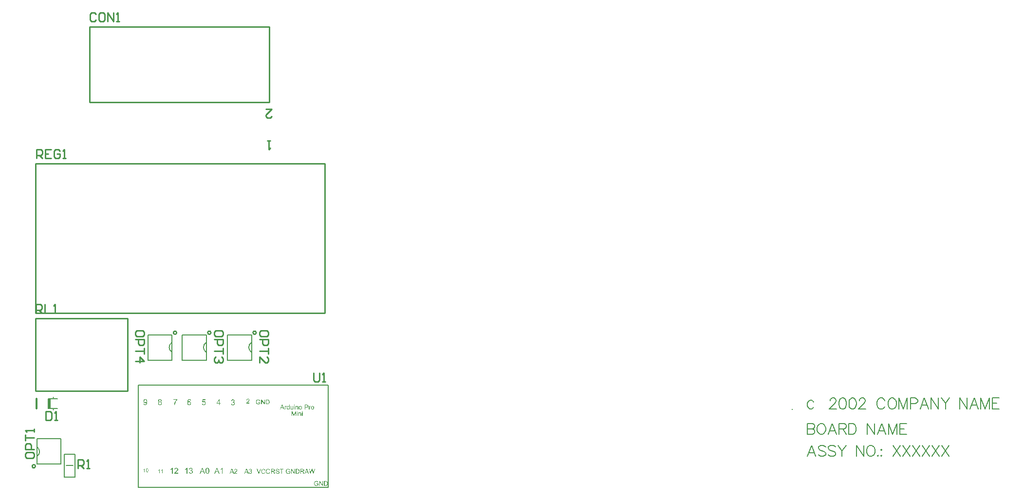
<source format=gto>
%FSLAX23Y23*%
%MOIN*%
G70*
G01*
G75*
G04:AMPARAMS|DCode=10|XSize=51mil|YSize=118mil|CornerRadius=0mil|HoleSize=0mil|Usage=FLASHONLY|Rotation=0.000|XOffset=0mil|YOffset=0mil|HoleType=Round|Shape=Octagon|*
%AMOCTAGOND10*
4,1,8,-0.013,0.059,0.013,0.059,0.026,0.046,0.026,-0.046,0.013,-0.059,-0.013,-0.059,-0.026,-0.046,-0.026,0.046,-0.013,0.059,0.0*
%
%ADD10OCTAGOND10*%

%ADD11R,0.051X0.118*%
%ADD12R,0.051X0.073*%
%ADD13R,0.055X0.043*%
%ADD14C,0.059*%
%ADD15C,0.039*%
%ADD16C,0.020*%
%ADD17C,0.030*%
%ADD18C,0.020*%
%ADD19C,0.157*%
%ADD20C,0.010*%
%ADD21C,0.074*%
%ADD22O,0.098X0.118*%
G04:AMPARAMS|DCode=23|XSize=98mil|YSize=118mil|CornerRadius=0mil|HoleSize=0mil|Usage=FLASHONLY|Rotation=180.000|XOffset=0mil|YOffset=0mil|HoleType=Round|Shape=Octagon|*
%AMOCTAGOND23*
4,1,8,0.025,-0.059,-0.025,-0.059,-0.049,-0.034,-0.049,0.034,-0.025,0.059,0.025,0.059,0.049,0.034,0.049,-0.034,0.025,-0.059,0.0*
%
%ADD23OCTAGOND23*%

%ADD24C,0.091*%
%ADD25C,0.060*%
%ADD26C,0.031*%
%ADD27C,0.017*%
%ADD28R,0.047X0.026*%
%ADD29R,0.043X0.055*%
%ADD30C,0.008*%
%ADD31C,0.010*%
%ADD32C,0.008*%
%ADD33C,0.006*%
%ADD34C,0.010*%
%ADD35C,0.012*%
G36*
X1002Y169D02*
X999D01*
Y189D01*
X999Y189D01*
X998Y189D01*
X998Y189D01*
X998Y188D01*
X997Y188D01*
X997Y188D01*
X996Y187D01*
X996Y187D01*
X996D01*
X996Y187D01*
X995Y187D01*
X995Y186D01*
X995Y186D01*
X994Y186D01*
X993Y186D01*
X993Y185D01*
X992Y185D01*
Y188D01*
X992D01*
X992Y188D01*
X993Y188D01*
X993Y188D01*
X993Y189D01*
X993Y189D01*
X994Y189D01*
X995Y189D01*
X995Y190D01*
X996Y190D01*
X997Y191D01*
X997Y191D01*
X997Y191D01*
X997Y191D01*
X998Y192D01*
X998Y192D01*
X998Y193D01*
X999Y193D01*
X999Y194D01*
X1000Y195D01*
X1002D01*
Y169D01*
D02*
G37*
G36*
X982D02*
X979D01*
Y189D01*
X979Y189D01*
X979Y189D01*
X979Y189D01*
X978Y188D01*
X978Y188D01*
X977Y188D01*
X977Y187D01*
X976Y187D01*
X976D01*
X976Y187D01*
X976Y187D01*
X975Y186D01*
X975Y186D01*
X974Y186D01*
X974Y186D01*
X973Y185D01*
X973Y185D01*
Y188D01*
X973D01*
X973Y188D01*
X973Y188D01*
X973Y188D01*
X973Y189D01*
X974Y189D01*
X974Y189D01*
X975Y189D01*
X976Y190D01*
X977Y190D01*
X977Y191D01*
X977Y191D01*
X977Y191D01*
X978Y191D01*
X978Y192D01*
X978Y192D01*
X979Y193D01*
X979Y193D01*
X980Y194D01*
X980Y195D01*
X982D01*
Y169D01*
D02*
G37*
G36*
X1096Y205D02*
X1097Y205D01*
X1097Y205D01*
X1098Y205D01*
X1098Y205D01*
X1100Y204D01*
X1101Y204D01*
X1102Y203D01*
X1103Y203D01*
X1104Y202D01*
X1104Y202D01*
X1104Y202D01*
X1104Y202D01*
X1105Y201D01*
X1105Y201D01*
X1105Y201D01*
X1105Y200D01*
X1106Y200D01*
X1107Y198D01*
X1107Y197D01*
X1108Y196D01*
X1108Y195D01*
X1108Y194D01*
Y194D01*
Y193D01*
X1108Y193D01*
X1108Y192D01*
X1107Y192D01*
X1107Y191D01*
X1107Y190D01*
X1107Y189D01*
X1107Y189D01*
X1106Y189D01*
X1106Y188D01*
X1106Y188D01*
X1105Y187D01*
X1105Y186D01*
X1104Y185D01*
X1103Y184D01*
X1103Y184D01*
X1103Y184D01*
X1102Y183D01*
X1102Y183D01*
X1102Y182D01*
X1101Y182D01*
X1101Y181D01*
X1100Y181D01*
X1099Y180D01*
X1099Y180D01*
X1098Y179D01*
X1097Y178D01*
X1096Y177D01*
X1096Y177D01*
X1096Y177D01*
X1095Y177D01*
X1095Y177D01*
X1094Y176D01*
X1094Y175D01*
X1093Y174D01*
X1092Y174D01*
X1091Y173D01*
X1091Y173D01*
X1090Y172D01*
X1090Y172D01*
X1090Y172D01*
X1090Y172D01*
X1090Y171D01*
X1089Y171D01*
X1088Y170D01*
X1108D01*
Y165D01*
X1081D01*
Y165D01*
Y165D01*
Y166D01*
X1081Y166D01*
X1082Y167D01*
X1082Y167D01*
X1082Y168D01*
X1082Y168D01*
Y168D01*
X1082Y168D01*
X1082Y169D01*
X1082Y169D01*
X1083Y170D01*
X1083Y171D01*
X1084Y172D01*
X1084Y173D01*
X1085Y174D01*
Y174D01*
X1085Y174D01*
X1086Y174D01*
X1086Y175D01*
X1087Y175D01*
X1088Y176D01*
X1089Y177D01*
X1090Y178D01*
X1092Y180D01*
X1092Y180D01*
X1092Y180D01*
X1092Y180D01*
X1093Y181D01*
X1093Y181D01*
X1094Y182D01*
X1095Y183D01*
X1097Y184D01*
X1098Y185D01*
X1099Y186D01*
X1099Y187D01*
X1100Y187D01*
X1100Y188D01*
Y188D01*
X1100Y188D01*
X1101Y188D01*
X1101Y189D01*
X1101Y189D01*
X1102Y190D01*
X1102Y191D01*
X1102Y192D01*
X1103Y193D01*
X1103Y194D01*
Y194D01*
Y194D01*
X1103Y194D01*
X1103Y195D01*
X1102Y196D01*
X1102Y196D01*
X1102Y197D01*
X1101Y198D01*
X1101Y199D01*
X1100Y199D01*
X1100Y199D01*
X1100Y199D01*
X1099Y200D01*
X1098Y200D01*
X1097Y201D01*
X1096Y201D01*
X1095Y201D01*
X1095D01*
X1095Y201D01*
X1094Y201D01*
X1093Y201D01*
X1092Y200D01*
X1091Y200D01*
X1090Y199D01*
X1089Y199D01*
X1089Y199D01*
X1089Y198D01*
X1089Y198D01*
X1088Y197D01*
X1088Y196D01*
X1088Y195D01*
X1087Y194D01*
X1087Y193D01*
X1082Y193D01*
Y193D01*
Y194D01*
X1082Y194D01*
X1082Y194D01*
X1083Y195D01*
X1083Y195D01*
X1083Y197D01*
X1083Y198D01*
X1084Y199D01*
X1085Y201D01*
X1086Y201D01*
X1086Y202D01*
X1086Y202D01*
X1086Y202D01*
X1087Y202D01*
X1087Y202D01*
X1087Y203D01*
X1088Y203D01*
X1088Y203D01*
X1089Y203D01*
X1089Y204D01*
X1090Y204D01*
X1091Y204D01*
X1091Y204D01*
X1093Y205D01*
X1094Y205D01*
X1095Y205D01*
X1096D01*
X1096Y205D01*
D02*
G37*
G36*
X1070Y165D02*
X1065D01*
Y196D01*
X1065Y196D01*
X1064Y196D01*
X1064Y195D01*
X1063Y195D01*
X1063Y195D01*
X1062Y194D01*
X1061Y193D01*
X1060Y193D01*
X1060D01*
X1060Y193D01*
X1060Y192D01*
X1059Y192D01*
X1058Y192D01*
X1058Y191D01*
X1057Y191D01*
X1056Y191D01*
X1055Y190D01*
Y195D01*
X1055D01*
X1055Y195D01*
X1055Y195D01*
X1056Y195D01*
X1056Y195D01*
X1056Y196D01*
X1057Y196D01*
X1059Y197D01*
X1060Y198D01*
X1061Y199D01*
X1062Y200D01*
X1062Y200D01*
X1062Y200D01*
X1063Y200D01*
X1063Y201D01*
X1064Y201D01*
X1064Y202D01*
X1065Y203D01*
X1066Y204D01*
X1066Y205D01*
X1070D01*
Y165D01*
D02*
G37*
G36*
X2055Y114D02*
X2055D01*
X2056Y114D01*
X2057Y114D01*
X2058Y114D01*
X2059Y113D01*
X2060Y113D01*
X2060D01*
X2060Y113D01*
X2060Y113D01*
X2061Y113D01*
X2061Y112D01*
X2062Y112D01*
X2062Y112D01*
X2063Y111D01*
X2064Y110D01*
X2065Y110D01*
X2065Y110D01*
X2065Y109D01*
X2065Y109D01*
X2065Y108D01*
X2066Y108D01*
X2066Y107D01*
X2067Y106D01*
X2067Y105D01*
X2063Y103D01*
Y104D01*
X2063Y104D01*
X2063Y104D01*
X2063Y104D01*
X2063Y105D01*
X2062Y105D01*
X2062Y106D01*
X2062Y107D01*
X2061Y107D01*
X2061Y107D01*
X2061Y108D01*
X2061Y108D01*
X2061Y108D01*
X2060Y108D01*
X2060Y109D01*
X2059Y109D01*
X2058Y110D01*
X2058Y110D01*
X2058Y110D01*
X2058Y110D01*
X2057Y110D01*
X2056Y110D01*
X2056Y110D01*
X2055Y110D01*
X2054Y110D01*
X2054D01*
X2053Y110D01*
X2052Y110D01*
X2052Y110D01*
X2051Y110D01*
X2050Y110D01*
X2049Y109D01*
X2049Y109D01*
X2049Y109D01*
X2048Y109D01*
X2048Y109D01*
X2047Y109D01*
X2047Y108D01*
X2046Y108D01*
X2046Y107D01*
X2046Y107D01*
X2045Y107D01*
X2045Y107D01*
X2045Y106D01*
X2045Y106D01*
X2044Y105D01*
X2044Y105D01*
X2044Y104D01*
Y104D01*
X2044Y104D01*
X2044Y104D01*
X2043Y103D01*
X2043Y103D01*
X2043Y103D01*
X2043Y102D01*
X2043Y101D01*
X2043Y100D01*
X2042Y99D01*
X2042Y98D01*
Y98D01*
Y97D01*
Y97D01*
X2042Y97D01*
Y97D01*
X2043Y96D01*
X2043Y96D01*
X2043Y95D01*
X2043Y94D01*
X2043Y93D01*
X2043Y92D01*
X2044Y90D01*
Y90D01*
X2044Y90D01*
X2044Y90D01*
X2044Y90D01*
X2045Y90D01*
X2045Y89D01*
X2046Y88D01*
X2046Y87D01*
X2047Y87D01*
X2048Y86D01*
X2048D01*
X2048Y86D01*
X2048Y86D01*
X2049Y86D01*
X2049Y86D01*
X2049Y86D01*
X2050Y86D01*
X2051Y85D01*
X2052Y85D01*
X2053Y85D01*
X2054Y85D01*
X2055D01*
X2055Y85D01*
X2056Y85D01*
X2057Y85D01*
X2057Y85D01*
X2058Y86D01*
X2059Y86D01*
X2059D01*
X2059Y86D01*
X2060Y86D01*
X2060Y86D01*
X2060Y86D01*
X2061Y87D01*
X2062Y87D01*
X2062Y87D01*
X2063Y88D01*
X2063Y88D01*
Y94D01*
X2054D01*
Y98D01*
X2067D01*
Y86D01*
X2067Y86D01*
X2067Y86D01*
X2067Y86D01*
X2067Y86D01*
X2067Y85D01*
X2066Y85D01*
X2065Y85D01*
X2065Y84D01*
X2063Y83D01*
X2062Y83D01*
X2061Y82D01*
X2061D01*
X2061Y82D01*
X2061Y82D01*
X2060Y82D01*
X2060Y82D01*
X2060Y82D01*
X2059Y82D01*
X2059Y82D01*
X2058Y82D01*
X2057Y81D01*
X2056Y81D01*
X2054Y81D01*
X2054D01*
X2054Y81D01*
X2053D01*
X2053Y81D01*
X2052Y81D01*
X2051Y81D01*
X2050Y82D01*
X2049Y82D01*
X2047Y82D01*
X2046Y83D01*
X2046Y83D01*
X2046Y83D01*
X2045Y83D01*
X2045Y84D01*
X2045Y84D01*
X2044Y84D01*
X2044Y85D01*
X2043Y85D01*
X2042Y86D01*
X2041Y88D01*
X2040Y89D01*
Y89D01*
X2040Y89D01*
X2040Y89D01*
X2040Y90D01*
X2040Y90D01*
X2039Y90D01*
X2039Y91D01*
X2039Y91D01*
X2039Y92D01*
X2039Y93D01*
X2038Y94D01*
X2038Y96D01*
X2038Y97D01*
Y97D01*
Y98D01*
Y98D01*
X2038Y98D01*
Y99D01*
X2038Y99D01*
X2038Y100D01*
X2038Y100D01*
X2039Y102D01*
X2039Y103D01*
X2039Y105D01*
X2040Y106D01*
Y106D01*
X2040Y106D01*
X2040Y106D01*
X2040Y107D01*
X2041Y107D01*
X2041Y107D01*
X2041Y108D01*
X2042Y109D01*
X2043Y110D01*
X2044Y111D01*
X2045Y112D01*
X2046Y112D01*
X2046D01*
X2046Y112D01*
X2046Y112D01*
X2046Y112D01*
X2047Y112D01*
X2047Y113D01*
X2047Y113D01*
X2048Y113D01*
X2049Y113D01*
X2049Y113D01*
X2051Y114D01*
X2052Y114D01*
X2054Y114D01*
X2055D01*
X2055Y114D01*
D02*
G37*
G36*
X2099Y82D02*
X2094D01*
X2078Y107D01*
Y82D01*
X2074D01*
Y113D01*
X2078D01*
X2095Y88D01*
Y113D01*
X2099D01*
Y82D01*
D02*
G37*
G36*
X879Y175D02*
X876D01*
Y195D01*
X876Y195D01*
X876Y195D01*
X876Y194D01*
X875Y194D01*
X875Y194D01*
X874Y193D01*
X874Y193D01*
X873Y193D01*
X873D01*
X873Y193D01*
X873Y192D01*
X873Y192D01*
X872Y192D01*
X872Y192D01*
X871Y191D01*
X871Y191D01*
X870Y191D01*
Y194D01*
X870D01*
X870Y194D01*
X870Y194D01*
X870Y194D01*
X871Y194D01*
X871Y194D01*
X872Y195D01*
X872Y195D01*
X873Y196D01*
X874Y196D01*
X874Y197D01*
X875Y197D01*
X875Y197D01*
X875Y197D01*
X875Y198D01*
X876Y198D01*
X876Y199D01*
X876Y199D01*
X877Y200D01*
X877Y200D01*
X879D01*
Y175D01*
D02*
G37*
G36*
X896Y200D02*
X897Y200D01*
X897Y200D01*
X898Y200D01*
X898Y200D01*
X899Y199D01*
X899Y199D01*
X899Y199D01*
X899Y199D01*
X900Y199D01*
X900Y199D01*
X901Y198D01*
X901Y198D01*
X901Y197D01*
X902Y197D01*
X902Y197D01*
X902Y197D01*
X902Y196D01*
X902Y196D01*
X903Y195D01*
X903Y194D01*
X903Y193D01*
Y193D01*
X903Y193D01*
Y193D01*
X903Y193D01*
X903Y193D01*
X903Y193D01*
X903Y192D01*
X903Y192D01*
X903Y191D01*
X903Y191D01*
X904Y190D01*
X904Y190D01*
X904Y189D01*
Y189D01*
X904Y187D01*
Y187D01*
Y187D01*
Y187D01*
Y187D01*
X904Y186D01*
Y186D01*
X904Y185D01*
X904Y185D01*
X903Y184D01*
X903Y183D01*
X903Y181D01*
X903Y181D01*
X903Y180D01*
Y180D01*
X903Y180D01*
X903Y180D01*
X903Y180D01*
X902Y180D01*
X902Y179D01*
X902Y179D01*
X902Y178D01*
X901Y177D01*
X901Y177D01*
X900Y176D01*
X900D01*
X900Y176D01*
X900Y176D01*
X900Y176D01*
X899Y176D01*
X899Y175D01*
X898Y175D01*
X897Y175D01*
X896Y175D01*
X895Y175D01*
X895D01*
X895Y175D01*
X894Y175D01*
X894Y175D01*
X894Y175D01*
X893Y175D01*
X892Y175D01*
X892Y175D01*
X891Y176D01*
X891Y176D01*
X891Y176D01*
X890Y177D01*
X890Y177D01*
X890Y177D01*
X890Y177D01*
X889Y177D01*
X889Y178D01*
X889Y178D01*
X889Y179D01*
X889Y179D01*
X888Y180D01*
X888Y180D01*
X888Y181D01*
X888Y182D01*
X888Y183D01*
X887Y184D01*
X887Y185D01*
X887Y186D01*
X887Y187D01*
Y187D01*
Y188D01*
Y188D01*
Y188D01*
X887Y189D01*
Y189D01*
X887Y189D01*
X887Y190D01*
X887Y191D01*
X888Y192D01*
X888Y194D01*
X888Y194D01*
X888Y195D01*
Y195D01*
X888Y195D01*
X888Y195D01*
X888Y195D01*
X888Y195D01*
X888Y196D01*
X889Y196D01*
X889Y197D01*
X890Y198D01*
X890Y198D01*
X891Y199D01*
X891D01*
X891Y199D01*
X891Y199D01*
X891Y199D01*
X892Y199D01*
X892Y200D01*
X893Y200D01*
X894Y200D01*
X894Y200D01*
X895Y200D01*
X896D01*
X896Y200D01*
D02*
G37*
G36*
X1170Y165D02*
X1165D01*
Y196D01*
X1165Y196D01*
X1164Y196D01*
X1164Y195D01*
X1163Y195D01*
X1163Y195D01*
X1162Y194D01*
X1161Y193D01*
X1160Y193D01*
X1160D01*
X1160Y193D01*
X1160Y192D01*
X1159Y192D01*
X1158Y192D01*
X1158Y191D01*
X1157Y191D01*
X1156Y191D01*
X1155Y190D01*
Y195D01*
X1155D01*
X1155Y195D01*
X1155Y195D01*
X1156Y195D01*
X1156Y195D01*
X1156Y196D01*
X1157Y196D01*
X1159Y197D01*
X1160Y198D01*
X1161Y199D01*
X1162Y200D01*
X1162Y200D01*
X1162Y200D01*
X1163Y200D01*
X1163Y201D01*
X1164Y201D01*
X1164Y202D01*
X1165Y203D01*
X1166Y204D01*
X1166Y205D01*
X1170D01*
Y165D01*
D02*
G37*
G36*
X1490D02*
X1485D01*
X1481Y175D01*
X1468D01*
X1464Y165D01*
X1460D01*
X1472Y197D01*
X1477D01*
X1490Y165D01*
D02*
G37*
G36*
X1413D02*
X1408D01*
Y196D01*
X1408Y196D01*
X1408Y196D01*
X1407Y195D01*
X1407Y195D01*
X1406Y195D01*
X1405Y194D01*
X1404Y193D01*
X1403Y193D01*
X1403D01*
X1403Y193D01*
X1403Y192D01*
X1402Y192D01*
X1402Y192D01*
X1401Y191D01*
X1400Y191D01*
X1399Y191D01*
X1398Y190D01*
Y195D01*
X1398D01*
X1398Y195D01*
X1399Y195D01*
X1399Y195D01*
X1399Y195D01*
X1400Y196D01*
X1401Y196D01*
X1402Y197D01*
X1403Y198D01*
X1404Y199D01*
X1405Y200D01*
X1405Y200D01*
X1405Y200D01*
X1406Y200D01*
X1406Y201D01*
X1407Y201D01*
X1408Y202D01*
X1408Y203D01*
X1409Y204D01*
X1410Y205D01*
X1413D01*
Y165D01*
D02*
G37*
G36*
X1590D02*
X1585D01*
X1581Y175D01*
X1568D01*
X1564Y165D01*
X1560D01*
X1572Y197D01*
X1577D01*
X1590Y165D01*
D02*
G37*
G36*
X1503Y197D02*
X1503Y197D01*
X1504Y197D01*
X1504Y197D01*
X1505Y197D01*
X1506Y196D01*
X1507Y196D01*
X1508Y196D01*
X1508Y195D01*
X1509Y195D01*
X1509Y194D01*
X1509Y194D01*
X1509Y194D01*
X1510Y194D01*
X1510Y194D01*
X1510Y194D01*
X1510Y193D01*
X1511Y193D01*
X1511Y192D01*
X1512Y191D01*
X1512Y189D01*
X1512Y189D01*
X1512Y188D01*
Y188D01*
Y188D01*
X1512Y187D01*
X1512Y187D01*
X1512Y186D01*
X1512Y186D01*
X1511Y185D01*
X1511Y184D01*
X1511Y184D01*
X1511Y184D01*
X1511Y184D01*
X1511Y183D01*
X1510Y183D01*
X1510Y182D01*
X1509Y181D01*
X1509Y180D01*
X1508Y180D01*
X1508Y180D01*
X1508Y180D01*
X1507Y179D01*
X1507Y179D01*
X1507Y179D01*
X1506Y178D01*
X1506Y178D01*
X1505Y177D01*
X1505Y177D01*
X1504Y176D01*
X1503Y176D01*
X1503Y175D01*
X1502Y175D01*
X1502Y175D01*
X1502Y175D01*
X1502Y174D01*
X1501Y174D01*
X1501Y173D01*
X1500Y173D01*
X1499Y172D01*
X1499Y171D01*
X1498Y171D01*
X1498Y171D01*
X1498Y171D01*
X1498Y171D01*
X1498Y170D01*
X1497Y170D01*
X1497Y170D01*
X1496Y169D01*
X1512D01*
Y165D01*
X1491D01*
Y165D01*
Y165D01*
Y166D01*
X1491Y166D01*
X1491Y166D01*
X1491Y167D01*
X1491Y167D01*
X1491Y168D01*
Y168D01*
X1491Y168D01*
X1492Y168D01*
X1492Y168D01*
X1492Y169D01*
X1492Y170D01*
X1493Y170D01*
X1493Y171D01*
X1494Y172D01*
Y172D01*
X1494Y172D01*
X1494Y172D01*
X1495Y173D01*
X1495Y173D01*
X1496Y174D01*
X1497Y175D01*
X1498Y176D01*
X1499Y177D01*
X1499Y177D01*
X1499Y177D01*
X1500Y177D01*
X1500Y177D01*
X1500Y178D01*
X1501Y178D01*
X1502Y179D01*
X1503Y180D01*
X1504Y181D01*
X1505Y182D01*
X1505Y182D01*
X1506Y183D01*
X1506Y183D01*
Y183D01*
X1506Y184D01*
X1506Y184D01*
X1506Y184D01*
X1507Y184D01*
X1507Y185D01*
X1507Y186D01*
X1508Y186D01*
X1508Y187D01*
X1508Y188D01*
Y188D01*
Y188D01*
X1508Y189D01*
X1508Y189D01*
X1508Y190D01*
X1508Y190D01*
X1507Y191D01*
X1507Y191D01*
X1506Y192D01*
X1506Y192D01*
X1506Y192D01*
X1506Y193D01*
X1505Y193D01*
X1504Y193D01*
X1504Y193D01*
X1503Y194D01*
X1502Y194D01*
X1502D01*
X1501Y194D01*
X1501Y194D01*
X1500Y194D01*
X1500Y193D01*
X1499Y193D01*
X1498Y193D01*
X1497Y192D01*
X1497Y192D01*
X1497Y192D01*
X1497Y191D01*
X1497Y191D01*
X1496Y190D01*
X1496Y189D01*
X1496Y188D01*
X1496Y187D01*
X1492Y188D01*
Y188D01*
Y188D01*
X1492Y188D01*
X1492Y188D01*
X1492Y189D01*
X1492Y189D01*
X1492Y190D01*
X1493Y191D01*
X1493Y192D01*
X1494Y194D01*
X1494Y194D01*
X1495Y195D01*
X1495Y195D01*
X1495Y195D01*
X1495Y195D01*
X1495Y195D01*
X1496Y195D01*
X1496Y195D01*
X1496Y196D01*
X1497Y196D01*
X1497Y196D01*
X1498Y196D01*
X1498Y196D01*
X1499Y197D01*
X1500Y197D01*
X1501Y197D01*
X1502Y197D01*
X1502D01*
X1503Y197D01*
D02*
G37*
G36*
X1308Y205D02*
X1309Y205D01*
X1310Y205D01*
X1311Y204D01*
X1312Y204D01*
X1313Y204D01*
X1313Y204D01*
X1313Y203D01*
X1314Y203D01*
X1314Y203D01*
X1315Y202D01*
X1316Y201D01*
X1316Y201D01*
X1317Y200D01*
X1317Y200D01*
X1317Y199D01*
X1317Y199D01*
X1318Y198D01*
X1318Y197D01*
X1319Y196D01*
X1319Y195D01*
X1319Y194D01*
Y194D01*
X1319Y194D01*
Y194D01*
X1319Y193D01*
X1320Y193D01*
X1320Y193D01*
X1320Y192D01*
X1320Y191D01*
X1320Y191D01*
X1320Y190D01*
X1320Y189D01*
X1320Y189D01*
X1320Y188D01*
Y187D01*
X1320Y185D01*
Y185D01*
Y184D01*
Y184D01*
Y183D01*
X1320Y183D01*
Y182D01*
X1320Y181D01*
X1320Y181D01*
X1320Y179D01*
X1320Y177D01*
X1319Y175D01*
X1319Y174D01*
X1319Y173D01*
Y173D01*
X1319Y173D01*
X1319Y173D01*
X1319Y173D01*
X1318Y172D01*
X1318Y172D01*
X1318Y171D01*
X1317Y170D01*
X1316Y169D01*
X1316Y168D01*
X1315Y167D01*
X1314D01*
X1314Y167D01*
X1314Y166D01*
X1314Y166D01*
X1313Y166D01*
X1313Y165D01*
X1312Y165D01*
X1310Y165D01*
X1309Y164D01*
X1307Y164D01*
X1307D01*
X1306Y164D01*
X1306Y164D01*
X1305Y165D01*
X1305Y165D01*
X1304Y165D01*
X1303Y165D01*
X1302Y166D01*
X1301Y166D01*
X1300Y167D01*
X1300Y167D01*
X1299Y168D01*
X1298Y168D01*
X1298Y168D01*
X1298Y169D01*
X1298Y169D01*
X1298Y169D01*
X1297Y170D01*
X1297Y171D01*
X1297Y171D01*
X1296Y172D01*
X1296Y173D01*
X1296Y175D01*
X1295Y176D01*
X1295Y177D01*
X1295Y179D01*
X1295Y181D01*
X1294Y183D01*
X1294Y185D01*
Y185D01*
Y185D01*
Y185D01*
Y186D01*
X1294Y186D01*
Y187D01*
X1295Y188D01*
X1295Y189D01*
X1295Y190D01*
X1295Y192D01*
X1295Y194D01*
X1296Y195D01*
X1296Y196D01*
Y196D01*
X1296Y196D01*
X1296Y196D01*
X1296Y197D01*
X1296Y197D01*
X1296Y197D01*
X1297Y198D01*
X1297Y199D01*
X1298Y201D01*
X1299Y202D01*
X1300Y203D01*
X1300D01*
X1300Y203D01*
X1300Y203D01*
X1301Y203D01*
X1301Y203D01*
X1302Y204D01*
X1303Y204D01*
X1304Y205D01*
X1306Y205D01*
X1307Y205D01*
X1308D01*
X1308Y205D01*
D02*
G37*
G36*
X1196D02*
X1197Y205D01*
X1197Y205D01*
X1198Y204D01*
X1199Y204D01*
X1200Y203D01*
X1201D01*
X1201Y203D01*
X1201Y203D01*
X1201Y203D01*
X1202Y203D01*
X1203Y202D01*
X1203Y201D01*
X1204Y201D01*
X1205Y200D01*
X1205Y200D01*
X1205Y199D01*
X1205Y199D01*
X1205Y198D01*
X1206Y197D01*
X1206Y197D01*
X1206Y196D01*
X1206Y195D01*
Y194D01*
Y194D01*
X1206Y194D01*
X1206Y193D01*
X1206Y192D01*
X1206Y192D01*
X1205Y191D01*
X1205Y190D01*
X1205Y190D01*
X1205Y190D01*
X1204Y189D01*
X1204Y189D01*
X1203Y188D01*
X1202Y188D01*
X1202Y187D01*
X1201Y187D01*
X1201D01*
X1201Y186D01*
X1201D01*
X1201Y186D01*
X1202Y186D01*
X1203Y186D01*
X1204Y185D01*
X1204Y185D01*
X1205Y184D01*
X1206Y183D01*
X1206Y183D01*
X1206Y183D01*
X1207Y182D01*
X1207Y181D01*
X1208Y180D01*
X1208Y179D01*
X1208Y178D01*
X1208Y177D01*
Y177D01*
Y176D01*
Y176D01*
X1208Y176D01*
X1208Y175D01*
X1208Y175D01*
X1208Y174D01*
X1208Y174D01*
X1207Y172D01*
X1207Y172D01*
X1206Y171D01*
X1206Y170D01*
X1206Y169D01*
X1205Y169D01*
X1204Y168D01*
X1204Y168D01*
X1204Y168D01*
X1204Y168D01*
X1204Y167D01*
X1203Y167D01*
X1203Y167D01*
X1202Y166D01*
X1202Y166D01*
X1201Y166D01*
X1200Y165D01*
X1200Y165D01*
X1199Y165D01*
X1198Y165D01*
X1197Y165D01*
X1196Y164D01*
X1195Y164D01*
X1194D01*
X1194Y164D01*
X1193Y164D01*
X1193Y165D01*
X1192Y165D01*
X1192Y165D01*
X1190Y165D01*
X1189Y166D01*
X1188Y166D01*
X1187Y166D01*
X1187Y167D01*
X1186Y167D01*
X1186Y167D01*
X1186Y168D01*
X1186Y168D01*
X1186Y168D01*
X1185Y168D01*
X1185Y169D01*
X1185Y169D01*
X1184Y170D01*
X1184Y171D01*
X1183Y172D01*
X1182Y174D01*
X1182Y175D01*
X1182Y176D01*
X1187Y176D01*
Y176D01*
X1187Y176D01*
Y176D01*
X1187Y176D01*
X1187Y175D01*
X1188Y174D01*
X1188Y173D01*
X1189Y172D01*
X1189Y171D01*
X1190Y170D01*
X1190Y170D01*
X1190Y170D01*
X1191Y170D01*
X1191Y169D01*
X1192Y169D01*
X1193Y169D01*
X1194Y168D01*
X1195Y168D01*
X1195D01*
X1195Y168D01*
X1196Y169D01*
X1197Y169D01*
X1198Y169D01*
X1199Y169D01*
X1200Y170D01*
X1201Y171D01*
X1201Y171D01*
X1201Y171D01*
X1201Y172D01*
X1202Y172D01*
X1202Y173D01*
X1203Y174D01*
X1203Y175D01*
X1203Y177D01*
Y177D01*
Y177D01*
Y177D01*
X1203Y177D01*
X1203Y178D01*
X1203Y179D01*
X1202Y179D01*
X1202Y180D01*
X1201Y181D01*
X1201Y182D01*
X1201Y182D01*
X1200Y183D01*
X1200Y183D01*
X1199Y183D01*
X1198Y184D01*
X1197Y184D01*
X1196Y184D01*
X1195Y184D01*
X1195D01*
X1194Y184D01*
X1194Y184D01*
X1193Y184D01*
X1192Y184D01*
X1192Y184D01*
X1192Y188D01*
X1193D01*
X1193Y188D01*
X1194D01*
X1194Y188D01*
X1195Y188D01*
X1196Y188D01*
X1197Y189D01*
X1198Y189D01*
X1199Y190D01*
X1199Y190D01*
X1199Y190D01*
X1199Y190D01*
X1200Y191D01*
X1200Y192D01*
X1201Y192D01*
X1201Y193D01*
X1201Y195D01*
Y195D01*
Y195D01*
Y195D01*
X1201Y196D01*
X1201Y196D01*
X1201Y197D01*
X1200Y198D01*
X1200Y198D01*
X1199Y199D01*
X1199Y199D01*
X1199Y199D01*
X1199Y200D01*
X1198Y200D01*
X1197Y200D01*
X1197Y201D01*
X1196Y201D01*
X1195Y201D01*
X1194D01*
X1194Y201D01*
X1193Y201D01*
X1192Y201D01*
X1191Y200D01*
X1191Y200D01*
X1190Y199D01*
X1190Y199D01*
X1190Y199D01*
X1189Y198D01*
X1189Y198D01*
X1189Y197D01*
X1188Y196D01*
X1188Y195D01*
X1188Y194D01*
X1183Y195D01*
Y195D01*
X1183Y195D01*
X1183Y195D01*
X1183Y195D01*
X1183Y196D01*
X1183Y196D01*
X1183Y197D01*
X1184Y199D01*
X1185Y200D01*
X1186Y201D01*
X1187Y202D01*
X1187Y202D01*
X1187Y202D01*
X1187Y202D01*
X1187Y203D01*
X1188Y203D01*
X1188Y203D01*
X1189Y204D01*
X1190Y204D01*
X1191Y205D01*
X1193Y205D01*
X1194Y205D01*
X1195D01*
X1196Y205D01*
D02*
G37*
G36*
X1392Y165D02*
X1386D01*
X1382Y177D01*
X1365D01*
X1361Y165D01*
X1355D01*
X1370Y205D01*
X1376D01*
X1392Y165D01*
D02*
G37*
G36*
X1292D02*
X1286D01*
X1282Y177D01*
X1265D01*
X1261Y165D01*
X1255D01*
X1270Y205D01*
X1276D01*
X1292Y165D01*
D02*
G37*
G36*
X2119Y113D02*
X2120Y113D01*
X2121Y113D01*
X2121Y113D01*
X2122Y113D01*
X2122D01*
X2122Y113D01*
X2123D01*
X2123Y113D01*
X2123Y113D01*
X2124Y112D01*
X2125Y112D01*
X2125Y112D01*
X2126Y111D01*
X2127Y111D01*
X2127D01*
X2127Y111D01*
X2127Y110D01*
X2128Y110D01*
X2128Y109D01*
X2129Y108D01*
X2130Y108D01*
X2130Y106D01*
X2131Y105D01*
Y105D01*
X2131Y105D01*
X2131Y105D01*
X2131Y105D01*
X2131Y104D01*
X2131Y104D01*
X2131Y104D01*
X2131Y103D01*
X2131Y103D01*
X2132Y102D01*
X2132Y101D01*
X2132Y99D01*
X2132Y98D01*
Y98D01*
Y98D01*
Y97D01*
Y97D01*
X2132Y97D01*
Y96D01*
X2132Y96D01*
X2132Y95D01*
X2132Y93D01*
X2131Y92D01*
X2131Y91D01*
Y91D01*
X2131Y91D01*
X2131Y91D01*
X2131Y91D01*
X2131Y90D01*
X2130Y90D01*
X2130Y89D01*
X2130Y88D01*
X2129Y87D01*
X2129Y87D01*
X2129Y87D01*
X2129Y86D01*
X2128Y86D01*
X2128Y86D01*
X2128Y85D01*
X2127Y85D01*
X2127Y84D01*
X2126Y84D01*
X2126Y84D01*
X2126Y84D01*
X2125Y83D01*
X2125Y83D01*
X2124Y83D01*
X2124Y83D01*
X2123Y82D01*
X2122Y82D01*
X2122D01*
X2122Y82D01*
X2121Y82D01*
X2121Y82D01*
X2120Y82D01*
X2119Y82D01*
X2118Y82D01*
X2117Y82D01*
X2106D01*
Y113D01*
X2118D01*
X2119Y113D01*
D02*
G37*
G36*
X1960Y587D02*
X1956D01*
Y592D01*
X1960D01*
Y587D01*
D02*
G37*
G36*
X1926D02*
X1922D01*
Y592D01*
X1926D01*
Y587D01*
D02*
G37*
G36*
X2028Y629D02*
X2028Y628D01*
X2029Y628D01*
X2029Y628D01*
X2030Y628D01*
X2031Y628D01*
X2032Y628D01*
X2032Y627D01*
X2033Y627D01*
X2034Y626D01*
X2034Y626D01*
X2035Y625D01*
X2035Y625D01*
X2035Y625D01*
X2035Y625D01*
X2035Y625D01*
X2035Y625D01*
X2036Y624D01*
X2036Y624D01*
X2036Y623D01*
X2037Y623D01*
X2037Y622D01*
X2037Y621D01*
X2037Y620D01*
X2038Y620D01*
X2038Y619D01*
X2038Y618D01*
X2038Y617D01*
Y617D01*
Y617D01*
Y616D01*
Y616D01*
X2038Y616D01*
Y615D01*
X2038Y615D01*
X2038Y614D01*
X2037Y613D01*
X2037Y612D01*
X2037Y611D01*
X2036Y610D01*
Y610D01*
X2036Y610D01*
X2036Y609D01*
X2036Y609D01*
X2035Y608D01*
X2035Y608D01*
X2034Y607D01*
X2033Y606D01*
X2033Y606D01*
X2032D01*
X2032Y606D01*
X2032Y606D01*
X2032Y606D01*
X2032Y605D01*
X2031Y605D01*
X2030Y605D01*
X2029Y605D01*
X2028Y605D01*
X2027Y604D01*
X2027D01*
X2026Y605D01*
X2026Y605D01*
X2025Y605D01*
X2025Y605D01*
X2024Y605D01*
X2023Y605D01*
X2022Y605D01*
X2022Y606D01*
X2021Y606D01*
X2020Y607D01*
X2020Y607D01*
X2019Y608D01*
X2019Y608D01*
X2019Y608D01*
X2019Y608D01*
X2019Y608D01*
X2018Y608D01*
X2018Y609D01*
X2018Y609D01*
X2018Y610D01*
X2017Y610D01*
X2017Y611D01*
X2017Y612D01*
X2017Y613D01*
X2017Y614D01*
X2016Y614D01*
X2016Y615D01*
X2016Y617D01*
Y617D01*
Y617D01*
X2016Y617D01*
Y618D01*
X2016Y618D01*
X2016Y619D01*
X2017Y619D01*
X2017Y620D01*
X2017Y621D01*
X2017Y622D01*
X2017Y622D01*
X2018Y623D01*
X2018Y624D01*
X2019Y625D01*
X2019Y625D01*
X2020Y626D01*
X2020Y626D01*
X2020Y626D01*
X2020Y626D01*
X2020Y626D01*
X2021Y627D01*
X2021Y627D01*
X2021Y627D01*
X2022Y627D01*
X2022Y628D01*
X2023Y628D01*
X2024Y628D01*
X2025Y628D01*
X2026Y629D01*
X2027Y629D01*
X2027D01*
X2028Y629D01*
D02*
G37*
G36*
X1946D02*
X1947Y628D01*
X1947Y628D01*
X1948Y628D01*
X1948Y628D01*
X1950Y628D01*
X1950Y628D01*
X1951Y627D01*
X1952Y627D01*
X1952Y626D01*
X1953Y626D01*
X1953Y625D01*
X1953Y625D01*
X1953Y625D01*
X1954Y625D01*
X1954Y625D01*
X1954Y625D01*
X1954Y624D01*
X1955Y624D01*
X1955Y623D01*
X1955Y623D01*
X1955Y622D01*
X1956Y621D01*
X1956Y620D01*
X1956Y620D01*
X1956Y619D01*
X1956Y618D01*
X1956Y617D01*
Y617D01*
Y617D01*
Y616D01*
Y616D01*
X1956Y616D01*
Y615D01*
X1956Y615D01*
X1956Y614D01*
X1956Y613D01*
X1956Y612D01*
X1955Y611D01*
X1955Y610D01*
Y610D01*
X1955Y610D01*
X1955Y609D01*
X1954Y609D01*
X1954Y608D01*
X1953Y608D01*
X1953Y607D01*
X1952Y606D01*
X1951Y606D01*
X1951D01*
X1951Y606D01*
X1951Y606D01*
X1951Y606D01*
X1950Y605D01*
X1949Y605D01*
X1949Y605D01*
X1948Y605D01*
X1947Y605D01*
X1946Y604D01*
X1945D01*
X1945Y605D01*
X1944Y605D01*
X1944Y605D01*
X1943Y605D01*
X1943Y605D01*
X1942Y605D01*
X1941Y605D01*
X1940Y606D01*
X1940Y606D01*
X1939Y607D01*
X1938Y607D01*
X1938Y608D01*
X1938Y608D01*
X1938Y608D01*
X1937Y608D01*
X1937Y608D01*
X1937Y608D01*
X1937Y609D01*
X1937Y609D01*
X1936Y610D01*
X1936Y610D01*
X1936Y611D01*
X1935Y612D01*
X1935Y613D01*
X1935Y614D01*
X1935Y614D01*
X1935Y615D01*
X1935Y617D01*
Y617D01*
Y617D01*
X1935Y617D01*
Y618D01*
X1935Y618D01*
X1935Y619D01*
X1935Y619D01*
X1935Y620D01*
X1935Y621D01*
X1936Y622D01*
X1936Y622D01*
X1936Y623D01*
X1937Y624D01*
X1937Y625D01*
X1938Y625D01*
X1938Y626D01*
X1938Y626D01*
X1938Y626D01*
X1939Y626D01*
X1939Y626D01*
X1939Y627D01*
X1940Y627D01*
X1940Y627D01*
X1940Y627D01*
X1941Y628D01*
X1941Y628D01*
X1943Y628D01*
X1944Y628D01*
X1945Y629D01*
X1946Y629D01*
X1946D01*
X1946Y629D01*
D02*
G37*
G36*
X1960Y560D02*
X1956D01*
Y583D01*
X1960D01*
Y560D01*
D02*
G37*
G36*
X1926D02*
X1922D01*
Y583D01*
X1926D01*
Y560D01*
D02*
G37*
G36*
X1943Y584D02*
X1944Y583D01*
X1944Y583D01*
X1945Y583D01*
X1945Y583D01*
X1946Y583D01*
X1946Y583D01*
X1946Y583D01*
X1947Y583D01*
X1947Y582D01*
X1948Y582D01*
X1948Y582D01*
X1948Y581D01*
X1949Y581D01*
X1949Y581D01*
X1949Y581D01*
X1949Y580D01*
X1949Y580D01*
X1949Y580D01*
X1950Y579D01*
X1950Y579D01*
X1950Y578D01*
Y578D01*
X1950Y578D01*
X1950Y577D01*
X1950Y577D01*
Y577D01*
X1950Y576D01*
X1950Y575D01*
Y574D01*
Y560D01*
X1946D01*
Y574D01*
Y574D01*
Y574D01*
Y574D01*
Y575D01*
X1946Y575D01*
X1946Y576D01*
X1946Y577D01*
X1946Y577D01*
X1946Y578D01*
Y578D01*
X1946Y578D01*
X1946Y578D01*
X1945Y578D01*
X1945Y579D01*
X1945Y579D01*
X1945Y579D01*
X1944Y579D01*
X1944Y580D01*
X1944Y580D01*
X1944Y580D01*
X1943Y580D01*
X1943Y580D01*
X1943Y580D01*
X1942Y580D01*
X1941Y580D01*
X1941D01*
X1941Y580D01*
X1940Y580D01*
X1939Y580D01*
X1939Y580D01*
X1938Y579D01*
X1937Y579D01*
X1937Y578D01*
X1937Y578D01*
X1937Y578D01*
X1936Y578D01*
X1936Y577D01*
X1936Y577D01*
X1936Y576D01*
X1936Y576D01*
X1936Y575D01*
X1936Y575D01*
X1935Y574D01*
X1935Y573D01*
Y573D01*
Y560D01*
X1931D01*
Y583D01*
X1935D01*
Y580D01*
X1935Y580D01*
X1935Y580D01*
X1935Y580D01*
X1935Y580D01*
X1936Y581D01*
X1936Y581D01*
X1936Y581D01*
X1937Y582D01*
X1937Y582D01*
X1938Y582D01*
X1938Y583D01*
X1939Y583D01*
X1940Y583D01*
X1941Y583D01*
X1941Y584D01*
X1942Y584D01*
X1943D01*
X1943Y584D01*
D02*
G37*
G36*
X1915Y560D02*
X1911D01*
Y587D01*
X1902Y560D01*
X1898D01*
X1889Y587D01*
Y560D01*
X1885D01*
Y592D01*
X1891D01*
X1899Y569D01*
Y569D01*
X1899Y569D01*
X1899Y569D01*
X1899Y569D01*
X1899Y568D01*
X1899Y568D01*
X1900Y567D01*
X1900Y566D01*
X1900Y565D01*
X1900Y565D01*
X1900Y565D01*
X1900Y565D01*
X1901Y565D01*
X1901Y566D01*
X1901Y567D01*
X1901Y567D01*
X1902Y568D01*
X1902Y570D01*
X1910Y592D01*
X1915D01*
Y560D01*
D02*
G37*
G36*
X1835Y605D02*
X1830D01*
X1826Y615D01*
X1813D01*
X1809Y605D01*
X1805D01*
X1817Y637D01*
X1822D01*
X1835Y605D01*
D02*
G37*
G36*
X1923Y629D02*
X1924Y628D01*
X1924Y628D01*
X1925Y628D01*
X1926Y628D01*
X1926Y628D01*
X1926Y628D01*
X1927Y628D01*
X1927Y628D01*
X1927Y627D01*
X1928Y627D01*
X1928Y627D01*
X1929Y626D01*
X1929Y626D01*
X1929Y626D01*
X1929Y626D01*
X1929Y625D01*
X1929Y625D01*
X1930Y625D01*
X1930Y624D01*
X1930Y624D01*
X1930Y623D01*
Y623D01*
X1930Y623D01*
X1930Y622D01*
X1930Y622D01*
Y622D01*
X1930Y621D01*
X1930Y620D01*
Y619D01*
Y605D01*
X1926D01*
Y619D01*
Y619D01*
Y619D01*
Y619D01*
Y620D01*
X1926Y620D01*
X1926Y621D01*
X1926Y622D01*
X1926Y622D01*
X1926Y623D01*
Y623D01*
X1926Y623D01*
X1926Y623D01*
X1926Y623D01*
X1925Y624D01*
X1925Y624D01*
X1925Y624D01*
X1924Y624D01*
X1924Y625D01*
X1924Y625D01*
X1924Y625D01*
X1924Y625D01*
X1923Y625D01*
X1923Y625D01*
X1922Y625D01*
X1922Y625D01*
X1921D01*
X1921Y625D01*
X1920Y625D01*
X1919Y625D01*
X1919Y625D01*
X1918Y624D01*
X1917Y624D01*
X1917Y623D01*
X1917Y623D01*
X1917Y623D01*
X1917Y623D01*
X1916Y622D01*
X1916Y622D01*
X1916Y621D01*
X1916Y621D01*
X1916Y620D01*
X1916Y620D01*
X1916Y619D01*
X1915Y618D01*
Y618D01*
Y605D01*
X1912D01*
Y628D01*
X1915D01*
Y625D01*
X1915Y625D01*
X1915Y625D01*
X1915Y625D01*
X1916Y625D01*
X1916Y626D01*
X1916Y626D01*
X1917Y626D01*
X1917Y627D01*
X1917Y627D01*
X1918Y627D01*
X1919Y628D01*
X1919Y628D01*
X1920Y628D01*
X1921Y628D01*
X1922Y629D01*
X1922Y629D01*
X1923D01*
X1923Y629D01*
D02*
G37*
G36*
X2012D02*
X2013Y628D01*
X2013Y628D01*
X2014Y628D01*
X2015Y628D01*
X2015Y627D01*
X2014Y624D01*
X2014Y624D01*
X2014Y624D01*
X2013Y624D01*
X2013Y624D01*
X2013Y624D01*
X2012Y624D01*
X2012Y625D01*
X2011Y625D01*
X2011D01*
X2011Y625D01*
X2010Y624D01*
X2010Y624D01*
X2010Y624D01*
X2009Y624D01*
X2009Y624D01*
X2009Y624D01*
X2009Y624D01*
X2009Y623D01*
X2008Y623D01*
X2008Y623D01*
X2008Y623D01*
X2008Y622D01*
X2007Y622D01*
X2007Y622D01*
X2007Y621D01*
X2007Y621D01*
X2007Y620D01*
X2007Y620D01*
X2007Y619D01*
X2007Y618D01*
X2007Y617D01*
Y605D01*
X2003D01*
Y628D01*
X2006D01*
Y625D01*
X2006Y625D01*
X2007Y625D01*
X2007Y625D01*
X2007Y626D01*
X2008Y626D01*
X2008Y627D01*
X2008Y627D01*
X2009Y628D01*
X2009Y628D01*
X2009Y628D01*
X2009Y628D01*
X2010Y628D01*
X2010Y628D01*
X2010Y628D01*
X2011Y629D01*
X2011Y629D01*
X2012D01*
X2012Y629D01*
D02*
G37*
G36*
X1906Y632D02*
X1902D01*
Y637D01*
X1906D01*
Y632D01*
D02*
G37*
G36*
X1871Y605D02*
X1867D01*
Y608D01*
X1867Y608D01*
X1867Y608D01*
X1867Y608D01*
X1867Y607D01*
X1867Y607D01*
X1866Y607D01*
X1866Y607D01*
X1866Y606D01*
X1865Y606D01*
X1865Y606D01*
X1864Y605D01*
X1864Y605D01*
X1863Y605D01*
X1862Y605D01*
X1862Y605D01*
X1861Y604D01*
X1861D01*
X1860Y605D01*
X1860Y605D01*
X1859Y605D01*
X1858Y605D01*
X1858Y605D01*
X1857Y605D01*
X1856Y606D01*
X1856D01*
X1856Y606D01*
X1855Y606D01*
X1855Y607D01*
X1854Y607D01*
X1854Y608D01*
X1853Y608D01*
X1853Y609D01*
X1852Y610D01*
Y610D01*
X1852Y610D01*
X1852Y610D01*
X1852Y611D01*
X1852Y611D01*
X1852Y611D01*
X1852Y612D01*
X1851Y613D01*
X1851Y614D01*
X1851Y615D01*
X1851Y616D01*
Y617D01*
Y617D01*
Y617D01*
Y617D01*
X1851Y617D01*
Y618D01*
X1851Y619D01*
X1851Y620D01*
X1851Y621D01*
X1852Y622D01*
X1852Y623D01*
Y623D01*
X1852Y623D01*
X1852Y623D01*
X1852Y623D01*
X1853Y624D01*
X1853Y624D01*
X1853Y625D01*
X1854Y626D01*
X1855Y626D01*
X1855Y627D01*
X1856D01*
X1856Y627D01*
X1856Y627D01*
X1856Y628D01*
X1857Y628D01*
X1858Y628D01*
X1859Y628D01*
X1860Y629D01*
X1861Y629D01*
X1861D01*
X1861Y629D01*
X1862Y628D01*
X1862Y628D01*
X1863Y628D01*
X1864Y628D01*
X1864Y628D01*
X1864Y628D01*
X1865Y628D01*
X1865Y627D01*
X1865Y627D01*
X1866Y627D01*
X1866Y626D01*
X1867Y626D01*
X1867Y625D01*
Y637D01*
X1871D01*
Y605D01*
D02*
G37*
G36*
X1988Y637D02*
X1988Y637D01*
X1989Y637D01*
X1990Y637D01*
X1991Y636D01*
X1991D01*
X1991Y636D01*
X1991Y636D01*
X1992Y636D01*
X1993Y636D01*
X1993Y636D01*
X1994Y635D01*
X1995Y635D01*
X1995Y635D01*
X1995Y635D01*
X1995Y635D01*
X1995Y634D01*
X1996Y634D01*
X1996Y633D01*
X1997Y633D01*
X1997Y632D01*
X1997Y632D01*
X1997Y632D01*
X1997Y631D01*
X1998Y631D01*
X1998Y630D01*
X1998Y629D01*
X1998Y628D01*
X1998Y628D01*
Y628D01*
Y627D01*
Y627D01*
X1998Y627D01*
X1998Y627D01*
X1998Y626D01*
X1998Y626D01*
X1998Y625D01*
X1997Y624D01*
X1997Y623D01*
X1997Y622D01*
X1996Y622D01*
X1996Y621D01*
X1995Y621D01*
X1995Y621D01*
X1995Y621D01*
X1995Y620D01*
X1995Y620D01*
X1995Y620D01*
X1994Y620D01*
X1994Y620D01*
X1993Y619D01*
X1993Y619D01*
X1992Y619D01*
X1991Y619D01*
X1990Y618D01*
X1990Y618D01*
X1988Y618D01*
X1987Y618D01*
X1986Y618D01*
X1978D01*
Y605D01*
X1974D01*
Y637D01*
X1987D01*
X1988Y637D01*
D02*
G37*
G36*
X1906Y605D02*
X1902D01*
Y628D01*
X1906D01*
Y605D01*
D02*
G37*
G36*
X1847Y629D02*
X1847Y628D01*
X1848Y628D01*
X1849Y628D01*
X1849Y628D01*
X1850Y627D01*
X1849Y624D01*
X1849Y624D01*
X1848Y624D01*
X1848Y624D01*
X1848Y624D01*
X1847Y624D01*
X1847Y624D01*
X1846Y625D01*
X1846Y625D01*
X1846D01*
X1845Y625D01*
X1845Y624D01*
X1845Y624D01*
X1844Y624D01*
X1844Y624D01*
X1844Y624D01*
X1843Y624D01*
X1843Y624D01*
X1843Y623D01*
X1843Y623D01*
X1843Y623D01*
X1843Y623D01*
X1842Y622D01*
X1842Y622D01*
X1842Y622D01*
X1842Y621D01*
X1842Y621D01*
X1842Y620D01*
X1842Y620D01*
X1842Y619D01*
X1842Y618D01*
X1841Y617D01*
Y605D01*
X1838D01*
Y628D01*
X1841D01*
Y625D01*
X1841Y625D01*
X1841Y625D01*
X1842Y625D01*
X1842Y626D01*
X1842Y626D01*
X1843Y627D01*
X1843Y627D01*
X1844Y628D01*
X1844Y628D01*
X1844Y628D01*
X1844Y628D01*
X1844Y628D01*
X1845Y628D01*
X1845Y628D01*
X1846Y629D01*
X1846Y629D01*
X1846D01*
X1847Y629D01*
D02*
G37*
G36*
X1896Y605D02*
X1892D01*
Y608D01*
X1892Y608D01*
X1892Y608D01*
X1892Y608D01*
X1892Y608D01*
X1891Y607D01*
X1891Y607D01*
X1891Y607D01*
X1890Y606D01*
X1890Y606D01*
X1889Y606D01*
X1889Y605D01*
X1888Y605D01*
X1887Y605D01*
X1886Y605D01*
X1886Y605D01*
X1885Y604D01*
X1884D01*
X1884Y605D01*
X1884Y605D01*
X1883Y605D01*
X1882Y605D01*
X1882Y605D01*
X1881Y605D01*
X1881Y605D01*
X1881Y605D01*
X1880Y606D01*
X1880Y606D01*
X1880Y606D01*
X1879Y606D01*
X1879Y607D01*
X1878Y607D01*
X1878Y607D01*
X1878Y607D01*
X1878Y608D01*
X1878Y608D01*
X1878Y608D01*
X1878Y609D01*
X1877Y609D01*
X1877Y610D01*
Y610D01*
X1877Y610D01*
Y611D01*
X1877Y611D01*
X1877Y611D01*
Y612D01*
X1877Y613D01*
Y614D01*
Y628D01*
X1881D01*
Y615D01*
Y615D01*
Y615D01*
Y615D01*
Y615D01*
Y614D01*
X1881Y614D01*
Y613D01*
X1881Y612D01*
X1881Y612D01*
X1881Y611D01*
Y611D01*
X1881Y611D01*
X1881Y611D01*
X1881Y610D01*
X1882Y610D01*
X1882Y609D01*
X1882Y609D01*
X1883Y609D01*
X1883Y609D01*
X1883Y609D01*
X1883Y608D01*
X1883Y608D01*
X1884Y608D01*
X1884Y608D01*
X1885Y608D01*
X1886Y608D01*
X1886D01*
X1886Y608D01*
X1887Y608D01*
X1887Y608D01*
X1888Y608D01*
X1888Y608D01*
X1889Y609D01*
X1889Y609D01*
X1889Y609D01*
X1889Y609D01*
X1890Y609D01*
X1890Y610D01*
X1890Y610D01*
X1891Y611D01*
X1891Y611D01*
X1891Y611D01*
X1891Y611D01*
X1891Y612D01*
X1891Y612D01*
X1891Y613D01*
X1892Y614D01*
X1892Y615D01*
X1892Y616D01*
Y628D01*
X1896D01*
Y605D01*
D02*
G37*
G36*
X1960Y197D02*
X1961D01*
X1962Y197D01*
X1963Y197D01*
X1964Y196D01*
X1965Y196D01*
X1965Y196D01*
X1966Y196D01*
X1966D01*
X1966Y196D01*
X1966Y196D01*
X1966Y196D01*
X1967Y195D01*
X1967Y195D01*
X1968Y194D01*
X1969Y194D01*
X1969Y193D01*
X1969Y193D01*
X1969Y192D01*
X1969Y192D01*
X1970Y191D01*
X1970Y191D01*
X1970Y190D01*
X1970Y189D01*
X1970Y188D01*
Y188D01*
Y188D01*
Y188D01*
X1970Y188D01*
Y187D01*
X1970Y187D01*
X1970Y186D01*
X1970Y185D01*
X1969Y184D01*
X1969Y183D01*
X1969Y183D01*
X1968Y182D01*
X1968Y182D01*
X1968Y182D01*
X1968Y182D01*
X1968Y182D01*
X1967Y182D01*
X1967Y181D01*
X1967Y181D01*
X1966Y181D01*
X1966Y181D01*
X1965Y180D01*
X1964Y180D01*
X1964Y180D01*
X1963Y180D01*
X1962Y180D01*
X1961Y179D01*
X1962Y179D01*
X1962Y179D01*
X1962Y179D01*
X1962Y179D01*
X1963Y178D01*
X1964Y178D01*
X1964Y178D01*
X1964Y178D01*
X1964Y178D01*
X1965Y177D01*
X1965Y177D01*
X1966Y176D01*
X1966Y175D01*
X1967Y175D01*
X1967Y174D01*
X1973Y165D01*
X1968D01*
X1963Y172D01*
Y172D01*
X1963Y172D01*
X1963Y172D01*
X1963Y172D01*
X1963Y173D01*
X1962Y173D01*
X1962Y174D01*
X1961Y175D01*
X1961Y175D01*
X1960Y176D01*
X1960Y176D01*
X1960Y176D01*
X1960Y176D01*
X1960Y177D01*
X1959Y177D01*
X1959Y178D01*
X1958Y178D01*
X1958Y178D01*
X1958Y178D01*
X1958Y178D01*
X1958Y178D01*
X1957Y179D01*
X1956Y179D01*
X1956D01*
X1956Y179D01*
X1956D01*
X1956Y179D01*
X1956Y179D01*
X1955D01*
X1955Y179D01*
X1949D01*
Y165D01*
X1945D01*
Y197D01*
X1960D01*
X1960Y197D01*
D02*
G37*
G36*
X2003Y165D02*
X1998D01*
X1995Y175D01*
X1981D01*
X1978Y165D01*
X1974D01*
X1986Y197D01*
X1990D01*
X2003Y165D01*
D02*
G37*
G36*
X2036D02*
X2032D01*
X2025Y189D01*
Y189D01*
X2025Y189D01*
X2025Y189D01*
X2025Y190D01*
X2025Y190D01*
X2025Y191D01*
X2024Y191D01*
X2024Y192D01*
X2024Y193D01*
X2024Y193D01*
X2024Y193D01*
Y193D01*
X2024Y193D01*
X2024Y192D01*
X2024Y192D01*
X2024Y191D01*
X2023Y190D01*
X2023Y190D01*
X2023Y189D01*
X2016Y165D01*
X2012D01*
X2004Y197D01*
X2008D01*
X2013Y176D01*
Y176D01*
X2013Y176D01*
X2013Y176D01*
X2013Y175D01*
X2013Y175D01*
X2013Y175D01*
X2013Y174D01*
X2013Y173D01*
X2014Y172D01*
X2014Y171D01*
X2014Y169D01*
Y169D01*
X2014Y170D01*
X2014Y170D01*
X2014Y170D01*
X2014Y171D01*
X2015Y171D01*
X2015Y172D01*
X2015Y173D01*
X2015Y174D01*
X2015Y174D01*
X2016Y175D01*
X2016Y175D01*
X2016Y175D01*
X2022Y197D01*
X2027D01*
X2031Y181D01*
Y181D01*
X2031Y180D01*
X2031Y180D01*
X2032Y180D01*
X2032Y179D01*
X2032Y179D01*
X2032Y178D01*
X2032Y177D01*
X2032Y176D01*
X2033Y175D01*
X2033Y173D01*
X2033Y171D01*
X2034Y169D01*
Y169D01*
X2034Y170D01*
Y170D01*
X2034Y170D01*
X2034Y170D01*
X2034Y171D01*
X2034Y171D01*
X2034Y171D01*
X2034Y172D01*
X2035Y174D01*
X2035Y175D01*
X2035Y176D01*
X2040Y197D01*
X2045D01*
X2036Y165D01*
D02*
G37*
G36*
X1185Y675D02*
X1185D01*
X1186Y675D01*
X1187Y675D01*
X1188Y674D01*
X1189Y674D01*
X1191Y673D01*
X1191Y673D01*
X1192Y672D01*
X1192D01*
X1192Y672D01*
X1192Y672D01*
X1193Y671D01*
X1194Y670D01*
X1194Y669D01*
X1195Y668D01*
X1195Y667D01*
X1196Y665D01*
X1191Y665D01*
Y665D01*
Y665D01*
X1191Y665D01*
X1190Y666D01*
X1190Y666D01*
X1190Y668D01*
X1189Y668D01*
X1189Y669D01*
X1189Y669D01*
X1189Y669D01*
X1188Y669D01*
X1188Y670D01*
X1187Y670D01*
X1186Y671D01*
X1185Y671D01*
X1184Y671D01*
X1184D01*
X1183Y671D01*
X1183Y671D01*
X1182Y671D01*
X1181Y670D01*
X1181Y670D01*
X1180Y670D01*
X1180Y670D01*
X1179Y669D01*
X1179Y669D01*
X1179Y668D01*
X1178Y668D01*
X1177Y667D01*
X1177Y666D01*
X1176Y665D01*
Y665D01*
X1176Y665D01*
X1176Y664D01*
X1176Y664D01*
X1176Y664D01*
X1176Y663D01*
X1176Y663D01*
X1176Y662D01*
X1175Y662D01*
X1175Y661D01*
X1175Y660D01*
X1175Y659D01*
X1175Y659D01*
X1175Y658D01*
X1175Y657D01*
Y656D01*
X1175Y656D01*
X1175Y656D01*
X1176Y656D01*
X1176Y657D01*
X1177Y658D01*
X1177Y658D01*
X1178Y659D01*
X1179Y659D01*
X1179Y660D01*
X1180Y660D01*
X1180Y660D01*
X1181Y660D01*
X1182Y660D01*
X1182Y661D01*
X1183Y661D01*
X1184Y661D01*
X1185D01*
X1185Y661D01*
X1186Y661D01*
X1186Y661D01*
X1187Y660D01*
X1189Y660D01*
X1189Y660D01*
X1190Y659D01*
X1191Y659D01*
X1191Y658D01*
X1192Y658D01*
X1193Y657D01*
X1193Y657D01*
X1193Y657D01*
X1193Y657D01*
X1193Y656D01*
X1194Y656D01*
X1194Y656D01*
X1194Y655D01*
X1195Y655D01*
X1195Y654D01*
X1195Y653D01*
X1195Y653D01*
X1196Y652D01*
X1196Y651D01*
X1196Y650D01*
X1196Y649D01*
X1196Y648D01*
Y648D01*
Y648D01*
Y648D01*
Y647D01*
X1196Y647D01*
Y647D01*
X1196Y646D01*
X1196Y645D01*
X1196Y643D01*
X1195Y642D01*
X1195Y641D01*
Y641D01*
X1195Y641D01*
X1194Y641D01*
X1194Y640D01*
X1194Y640D01*
X1193Y639D01*
X1193Y638D01*
X1192Y638D01*
X1191Y637D01*
X1190Y636D01*
X1190Y636D01*
X1190Y636D01*
X1189Y635D01*
X1188Y635D01*
X1187Y635D01*
X1186Y635D01*
X1185Y634D01*
X1184Y634D01*
X1184D01*
X1183Y634D01*
X1183D01*
X1182Y634D01*
X1182Y635D01*
X1181Y635D01*
X1180Y635D01*
X1179Y635D01*
X1179Y635D01*
X1178Y636D01*
X1177Y636D01*
X1176Y637D01*
X1175Y637D01*
X1175Y638D01*
X1174Y639D01*
X1174Y639D01*
X1174Y639D01*
X1173Y639D01*
X1173Y640D01*
X1173Y640D01*
X1173Y641D01*
X1172Y641D01*
X1172Y642D01*
X1172Y643D01*
X1171Y644D01*
X1171Y646D01*
X1171Y647D01*
X1170Y648D01*
X1170Y650D01*
X1170Y652D01*
X1170Y654D01*
Y654D01*
Y654D01*
Y654D01*
Y654D01*
Y655D01*
X1170Y655D01*
X1170Y656D01*
X1170Y658D01*
X1170Y659D01*
X1171Y660D01*
X1171Y661D01*
X1171Y663D01*
X1171Y664D01*
X1172Y665D01*
X1172Y667D01*
X1173Y668D01*
X1174Y669D01*
X1174Y670D01*
X1174Y670D01*
X1174Y671D01*
X1175Y671D01*
X1175Y671D01*
X1175Y671D01*
X1176Y672D01*
X1176Y672D01*
X1177Y673D01*
X1178Y673D01*
X1178Y673D01*
X1179Y674D01*
X1180Y674D01*
X1181Y675D01*
X1182Y675D01*
X1183Y675D01*
X1184Y675D01*
X1185D01*
X1185Y675D01*
D02*
G37*
G36*
X1906Y165D02*
X1901D01*
X1885Y190D01*
Y165D01*
X1881D01*
Y197D01*
X1885D01*
X1902Y172D01*
Y197D01*
X1906D01*
Y165D01*
D02*
G37*
G36*
X1862Y197D02*
X1862D01*
X1863Y197D01*
X1864Y197D01*
X1865Y197D01*
X1866Y197D01*
X1867Y196D01*
X1867D01*
X1867Y196D01*
X1867Y196D01*
X1868Y196D01*
X1868Y196D01*
X1869Y195D01*
X1869Y195D01*
X1870Y194D01*
X1871Y194D01*
X1871Y193D01*
X1872Y193D01*
X1872Y193D01*
X1872Y192D01*
X1872Y192D01*
X1873Y191D01*
X1873Y190D01*
X1874Y189D01*
X1874Y188D01*
X1870Y187D01*
Y187D01*
X1870Y187D01*
X1870Y187D01*
X1870Y188D01*
X1870Y188D01*
X1869Y189D01*
X1869Y189D01*
X1869Y190D01*
X1868Y191D01*
X1868Y191D01*
X1868Y191D01*
X1868Y191D01*
X1868Y191D01*
X1867Y192D01*
X1867Y192D01*
X1866Y193D01*
X1865Y193D01*
X1865Y193D01*
X1865Y193D01*
X1865Y193D01*
X1864Y193D01*
X1863Y193D01*
X1863Y194D01*
X1862Y194D01*
X1861Y194D01*
X1860D01*
X1860Y194D01*
X1859Y194D01*
X1858Y194D01*
X1858Y193D01*
X1857Y193D01*
X1856Y193D01*
X1856Y193D01*
X1856Y193D01*
X1855Y192D01*
X1855Y192D01*
X1854Y192D01*
X1854Y191D01*
X1853Y191D01*
X1853Y191D01*
X1853Y190D01*
X1852Y190D01*
X1852Y190D01*
X1852Y190D01*
X1851Y189D01*
X1851Y189D01*
X1851Y188D01*
X1851Y187D01*
Y187D01*
X1851Y187D01*
X1850Y187D01*
X1850Y187D01*
X1850Y187D01*
X1850Y186D01*
X1850Y185D01*
X1850Y185D01*
X1850Y183D01*
X1849Y182D01*
X1849Y181D01*
Y181D01*
Y181D01*
Y181D01*
X1849Y180D01*
Y180D01*
X1849Y179D01*
X1850Y179D01*
X1850Y179D01*
X1850Y177D01*
X1850Y176D01*
X1850Y175D01*
X1851Y174D01*
Y174D01*
X1851Y174D01*
X1851Y174D01*
X1851Y173D01*
X1851Y173D01*
X1852Y172D01*
X1852Y172D01*
X1853Y171D01*
X1854Y170D01*
X1855Y170D01*
X1855D01*
X1855Y170D01*
X1855Y169D01*
X1856Y169D01*
X1856Y169D01*
X1856Y169D01*
X1857Y169D01*
X1858Y169D01*
X1859Y168D01*
X1860Y168D01*
X1861Y168D01*
X1861D01*
X1862Y168D01*
X1863Y168D01*
X1863Y168D01*
X1864Y169D01*
X1865Y169D01*
X1866Y169D01*
X1866D01*
X1866Y169D01*
X1867Y169D01*
X1867Y169D01*
X1867Y170D01*
X1868Y170D01*
X1868Y170D01*
X1869Y171D01*
X1870Y171D01*
X1870Y171D01*
Y177D01*
X1861D01*
Y181D01*
X1874D01*
Y169D01*
X1874Y169D01*
X1874Y169D01*
X1874Y169D01*
X1874Y169D01*
X1874Y169D01*
X1873Y169D01*
X1872Y168D01*
X1871Y167D01*
X1870Y167D01*
X1869Y166D01*
X1868Y166D01*
X1868D01*
X1868Y166D01*
X1868Y166D01*
X1867Y165D01*
X1867Y165D01*
X1867Y165D01*
X1866Y165D01*
X1866Y165D01*
X1865Y165D01*
X1864Y165D01*
X1862Y165D01*
X1861Y164D01*
X1861D01*
X1860Y165D01*
X1860D01*
X1860Y165D01*
X1859Y165D01*
X1858Y165D01*
X1857Y165D01*
X1856Y165D01*
X1854Y166D01*
X1853Y166D01*
X1853Y167D01*
X1853Y167D01*
X1852Y167D01*
X1852Y167D01*
X1852Y167D01*
X1851Y167D01*
X1851Y168D01*
X1850Y169D01*
X1849Y170D01*
X1848Y171D01*
X1847Y172D01*
Y172D01*
X1847Y172D01*
X1847Y173D01*
X1847Y173D01*
X1847Y173D01*
X1846Y174D01*
X1846Y174D01*
X1846Y175D01*
X1846Y175D01*
X1846Y176D01*
X1845Y177D01*
X1845Y179D01*
X1845Y181D01*
Y181D01*
Y181D01*
Y181D01*
X1845Y182D01*
Y182D01*
X1845Y182D01*
X1845Y183D01*
X1845Y184D01*
X1845Y185D01*
X1846Y186D01*
X1846Y188D01*
X1847Y189D01*
Y189D01*
X1847Y190D01*
X1847Y190D01*
X1847Y190D01*
X1848Y190D01*
X1848Y191D01*
X1848Y192D01*
X1849Y193D01*
X1850Y194D01*
X1851Y195D01*
X1852Y195D01*
X1853Y195D01*
X1853D01*
X1853Y195D01*
X1853Y196D01*
X1853Y196D01*
X1853Y196D01*
X1854Y196D01*
X1854Y196D01*
X1855Y196D01*
X1856Y197D01*
X1856Y197D01*
X1858Y197D01*
X1859Y197D01*
X1861Y197D01*
X1861D01*
X1862Y197D01*
D02*
G37*
G36*
X1294Y669D02*
X1279D01*
X1276Y659D01*
X1276Y659D01*
X1277Y659D01*
X1277Y659D01*
X1277Y659D01*
X1277Y659D01*
X1278Y660D01*
X1279Y660D01*
X1280Y661D01*
X1281Y661D01*
X1282Y661D01*
X1284Y661D01*
X1284D01*
X1285Y661D01*
X1285Y661D01*
X1286Y661D01*
X1286Y661D01*
X1287Y661D01*
X1288Y660D01*
X1289Y660D01*
X1290Y660D01*
X1291Y659D01*
X1291Y659D01*
X1292Y658D01*
X1293Y658D01*
X1293Y658D01*
X1293Y658D01*
X1293Y657D01*
X1293Y657D01*
X1294Y657D01*
X1294Y656D01*
X1294Y656D01*
X1295Y655D01*
X1295Y655D01*
X1295Y654D01*
X1295Y653D01*
X1296Y652D01*
X1296Y651D01*
X1296Y650D01*
X1296Y649D01*
X1296Y648D01*
Y648D01*
Y648D01*
Y648D01*
X1296Y648D01*
X1296Y647D01*
X1296Y646D01*
X1296Y646D01*
X1296Y645D01*
X1296Y644D01*
X1295Y642D01*
X1295Y641D01*
X1294Y641D01*
X1294Y640D01*
X1293Y639D01*
X1293Y639D01*
X1293Y639D01*
X1293Y639D01*
X1292Y638D01*
X1292Y638D01*
X1292Y638D01*
X1291Y637D01*
X1290Y637D01*
X1290Y636D01*
X1289Y636D01*
X1288Y635D01*
X1287Y635D01*
X1286Y635D01*
X1285Y635D01*
X1284Y634D01*
X1283Y634D01*
X1282D01*
X1282Y634D01*
X1281Y634D01*
X1281Y635D01*
X1280Y635D01*
X1280Y635D01*
X1278Y635D01*
X1277Y636D01*
X1276Y636D01*
X1275Y636D01*
X1275Y637D01*
X1274Y637D01*
X1274Y637D01*
X1274Y637D01*
X1274Y638D01*
X1273Y638D01*
X1273Y638D01*
X1273Y639D01*
X1272Y639D01*
X1272Y639D01*
X1271Y641D01*
X1271Y642D01*
X1270Y644D01*
X1270Y644D01*
X1270Y645D01*
X1275Y646D01*
Y646D01*
Y646D01*
X1275Y645D01*
X1275Y645D01*
X1275Y644D01*
X1276Y644D01*
X1276Y643D01*
X1276Y642D01*
X1277Y641D01*
X1278Y640D01*
X1278Y640D01*
X1278Y640D01*
X1279Y640D01*
X1279Y639D01*
X1280Y639D01*
X1281Y639D01*
X1282Y638D01*
X1283Y638D01*
X1283D01*
X1283Y638D01*
X1284Y638D01*
X1285Y639D01*
X1286Y639D01*
X1287Y639D01*
X1288Y640D01*
X1288Y640D01*
X1289Y641D01*
Y641D01*
X1289Y641D01*
X1289Y641D01*
X1289Y642D01*
X1290Y643D01*
X1290Y644D01*
X1291Y645D01*
X1291Y646D01*
X1291Y648D01*
Y648D01*
Y648D01*
Y648D01*
X1291Y649D01*
Y649D01*
X1291Y649D01*
X1291Y650D01*
X1291Y651D01*
X1290Y653D01*
X1290Y654D01*
X1289Y655D01*
X1289Y655D01*
X1288Y655D01*
X1288Y655D01*
X1287Y656D01*
X1286Y656D01*
X1285Y657D01*
X1284Y657D01*
X1283Y657D01*
X1282D01*
X1282Y657D01*
X1281Y657D01*
X1281Y657D01*
X1280Y657D01*
X1279Y656D01*
X1278Y656D01*
X1278Y656D01*
X1278Y656D01*
X1278Y655D01*
X1277Y655D01*
X1277Y655D01*
X1276Y654D01*
X1276Y654D01*
X1275Y653D01*
X1271Y654D01*
X1275Y674D01*
X1294D01*
Y669D01*
D02*
G37*
G36*
X1657Y672D02*
X1657D01*
X1658Y672D01*
X1659Y672D01*
X1660Y672D01*
X1661Y672D01*
X1662Y671D01*
X1662D01*
X1662Y671D01*
X1662Y671D01*
X1663Y671D01*
X1663Y671D01*
X1664Y670D01*
X1664Y670D01*
X1665Y669D01*
X1666Y669D01*
X1666Y668D01*
X1667Y668D01*
X1667Y668D01*
X1667Y667D01*
X1667Y667D01*
X1668Y666D01*
X1668Y665D01*
X1669Y664D01*
X1669Y663D01*
X1665Y662D01*
Y662D01*
X1665Y662D01*
X1665Y662D01*
X1665Y663D01*
X1665Y663D01*
X1664Y664D01*
X1664Y664D01*
X1664Y665D01*
X1663Y666D01*
X1663Y666D01*
X1663Y666D01*
X1663Y666D01*
X1663Y666D01*
X1662Y667D01*
X1662Y667D01*
X1661Y668D01*
X1660Y668D01*
X1660Y668D01*
X1660Y668D01*
X1660Y668D01*
X1659Y668D01*
X1658Y668D01*
X1658Y669D01*
X1657Y669D01*
X1656Y669D01*
X1655D01*
X1655Y669D01*
X1654Y669D01*
X1653Y669D01*
X1653Y668D01*
X1652Y668D01*
X1651Y668D01*
X1651Y668D01*
X1651Y668D01*
X1650Y667D01*
X1650Y667D01*
X1649Y667D01*
X1649Y666D01*
X1648Y666D01*
X1648Y666D01*
X1648Y665D01*
X1647Y665D01*
X1647Y665D01*
X1647Y665D01*
X1646Y664D01*
X1646Y664D01*
X1646Y663D01*
X1646Y662D01*
Y662D01*
X1646Y662D01*
X1645Y662D01*
X1645Y662D01*
X1645Y662D01*
X1645Y661D01*
X1645Y660D01*
X1645Y660D01*
X1645Y658D01*
X1644Y657D01*
X1644Y656D01*
Y656D01*
Y656D01*
Y656D01*
X1644Y655D01*
Y655D01*
X1644Y654D01*
X1645Y654D01*
X1645Y654D01*
X1645Y652D01*
X1645Y651D01*
X1645Y650D01*
X1646Y649D01*
Y649D01*
X1646Y649D01*
X1646Y649D01*
X1646Y648D01*
X1646Y648D01*
X1647Y647D01*
X1647Y647D01*
X1648Y646D01*
X1649Y645D01*
X1650Y645D01*
X1650D01*
X1650Y645D01*
X1650Y644D01*
X1651Y644D01*
X1651Y644D01*
X1651Y644D01*
X1652Y644D01*
X1653Y644D01*
X1654Y643D01*
X1655Y643D01*
X1656Y643D01*
X1656D01*
X1657Y643D01*
X1658Y643D01*
X1658Y643D01*
X1659Y644D01*
X1660Y644D01*
X1661Y644D01*
X1661D01*
X1661Y644D01*
X1662Y644D01*
X1662Y644D01*
X1662Y645D01*
X1663Y645D01*
X1663Y645D01*
X1664Y646D01*
X1665Y646D01*
X1665Y646D01*
Y652D01*
X1656D01*
Y656D01*
X1669D01*
Y644D01*
X1669Y644D01*
X1669Y644D01*
X1669Y644D01*
X1669Y644D01*
X1669Y644D01*
X1668Y644D01*
X1667Y643D01*
X1666Y642D01*
X1665Y642D01*
X1664Y641D01*
X1663Y641D01*
X1663D01*
X1663Y641D01*
X1663Y641D01*
X1662Y640D01*
X1662Y640D01*
X1662Y640D01*
X1661Y640D01*
X1661Y640D01*
X1660Y640D01*
X1659Y640D01*
X1657Y640D01*
X1656Y639D01*
X1656D01*
X1655Y640D01*
X1655D01*
X1655Y640D01*
X1654Y640D01*
X1653Y640D01*
X1652Y640D01*
X1651Y640D01*
X1649Y641D01*
X1648Y641D01*
X1648Y641D01*
X1648Y642D01*
X1647Y642D01*
X1647Y642D01*
X1647Y642D01*
X1646Y642D01*
X1646Y643D01*
X1645Y644D01*
X1644Y645D01*
X1643Y646D01*
X1642Y647D01*
Y647D01*
X1642Y647D01*
X1642Y648D01*
X1642Y648D01*
X1641Y648D01*
X1641Y649D01*
X1641Y649D01*
X1641Y650D01*
X1641Y650D01*
X1641Y651D01*
X1640Y652D01*
X1640Y654D01*
X1640Y656D01*
Y656D01*
Y656D01*
Y656D01*
X1640Y657D01*
Y657D01*
X1640Y657D01*
X1640Y658D01*
X1640Y659D01*
X1640Y660D01*
X1641Y661D01*
X1641Y663D01*
X1642Y664D01*
Y664D01*
X1642Y665D01*
X1642Y665D01*
X1642Y665D01*
X1643Y665D01*
X1643Y666D01*
X1643Y667D01*
X1644Y668D01*
X1645Y669D01*
X1646Y670D01*
X1647Y670D01*
X1648Y670D01*
X1648D01*
X1648Y670D01*
X1648Y671D01*
X1648Y671D01*
X1648Y671D01*
X1649Y671D01*
X1649Y671D01*
X1650Y671D01*
X1651Y672D01*
X1651Y672D01*
X1653Y672D01*
X1654Y672D01*
X1656Y672D01*
X1656D01*
X1657Y672D01*
D02*
G37*
G36*
X1587Y678D02*
X1587Y678D01*
X1588Y678D01*
X1588Y678D01*
X1589Y678D01*
X1590Y677D01*
X1591Y677D01*
X1592Y677D01*
X1592Y676D01*
X1593Y676D01*
X1593Y675D01*
X1593Y675D01*
X1593Y675D01*
X1594Y675D01*
X1594Y675D01*
X1594Y675D01*
X1594Y674D01*
X1595Y674D01*
X1595Y673D01*
X1596Y672D01*
X1596Y670D01*
X1596Y670D01*
X1596Y669D01*
Y669D01*
Y669D01*
X1596Y668D01*
X1596Y668D01*
X1596Y667D01*
X1596Y667D01*
X1596Y666D01*
X1595Y665D01*
X1595Y665D01*
X1595Y665D01*
X1595Y665D01*
X1595Y664D01*
X1594Y664D01*
X1594Y663D01*
X1593Y662D01*
X1593Y661D01*
X1593Y661D01*
X1592Y661D01*
X1592Y661D01*
X1592Y660D01*
X1591Y660D01*
X1591Y660D01*
X1590Y659D01*
X1590Y659D01*
X1589Y658D01*
X1589Y658D01*
X1588Y657D01*
X1587Y657D01*
X1587Y656D01*
X1587Y656D01*
X1586Y656D01*
X1586Y656D01*
X1586Y655D01*
X1585Y655D01*
X1585Y654D01*
X1584Y654D01*
X1583Y653D01*
X1583Y652D01*
X1582Y652D01*
X1582Y652D01*
X1582Y652D01*
X1582Y652D01*
X1582Y651D01*
X1582Y651D01*
X1581Y651D01*
X1580Y650D01*
X1596D01*
Y646D01*
X1575D01*
Y646D01*
Y646D01*
Y647D01*
X1575Y647D01*
X1575Y647D01*
X1575Y648D01*
X1575Y648D01*
X1575Y649D01*
Y649D01*
X1576Y649D01*
X1576Y649D01*
X1576Y649D01*
X1576Y650D01*
X1576Y651D01*
X1577Y651D01*
X1577Y652D01*
X1578Y653D01*
Y653D01*
X1578Y653D01*
X1578Y653D01*
X1579Y654D01*
X1579Y654D01*
X1580Y655D01*
X1581Y656D01*
X1582Y657D01*
X1583Y658D01*
X1583Y658D01*
X1583Y658D01*
X1584Y658D01*
X1584Y658D01*
X1584Y659D01*
X1585Y659D01*
X1586Y660D01*
X1587Y661D01*
X1588Y662D01*
X1589Y663D01*
X1589Y663D01*
X1590Y664D01*
X1590Y664D01*
Y664D01*
X1590Y665D01*
X1590Y665D01*
X1590Y665D01*
X1591Y665D01*
X1591Y666D01*
X1591Y667D01*
X1592Y667D01*
X1592Y668D01*
X1592Y669D01*
Y669D01*
Y669D01*
X1592Y670D01*
X1592Y670D01*
X1592Y671D01*
X1592Y671D01*
X1591Y672D01*
X1591Y672D01*
X1590Y673D01*
X1590Y673D01*
X1590Y673D01*
X1590Y674D01*
X1589Y674D01*
X1589Y674D01*
X1588Y674D01*
X1587Y675D01*
X1586Y675D01*
X1586D01*
X1586Y675D01*
X1585Y675D01*
X1584Y675D01*
X1584Y674D01*
X1583Y674D01*
X1582Y674D01*
X1581Y673D01*
X1581Y673D01*
X1581Y673D01*
X1581Y672D01*
X1581Y672D01*
X1580Y671D01*
X1580Y670D01*
X1580Y669D01*
X1580Y668D01*
X1576Y669D01*
Y669D01*
Y669D01*
X1576Y669D01*
X1576Y669D01*
X1576Y670D01*
X1576Y670D01*
X1576Y671D01*
X1577Y672D01*
X1577Y673D01*
X1578Y675D01*
X1578Y675D01*
X1579Y676D01*
X1579Y676D01*
X1579Y676D01*
X1579Y676D01*
X1579Y676D01*
X1580Y676D01*
X1580Y676D01*
X1580Y677D01*
X1581Y677D01*
X1581Y677D01*
X1582Y677D01*
X1582Y677D01*
X1583Y678D01*
X1584Y678D01*
X1585Y678D01*
X1586Y678D01*
X1587D01*
X1587Y678D01*
D02*
G37*
G36*
X1484Y673D02*
X1484Y673D01*
X1485Y673D01*
X1486Y672D01*
X1487Y672D01*
X1488Y671D01*
X1488D01*
X1488Y671D01*
X1489Y671D01*
X1489Y671D01*
X1490Y671D01*
X1491Y670D01*
X1491Y669D01*
X1492Y669D01*
X1493Y668D01*
X1493Y668D01*
X1493Y667D01*
X1493Y667D01*
X1493Y666D01*
X1494Y665D01*
X1494Y665D01*
X1494Y664D01*
X1494Y663D01*
Y662D01*
Y662D01*
X1494Y662D01*
X1494Y661D01*
X1494Y660D01*
X1493Y660D01*
X1493Y659D01*
X1493Y658D01*
X1493Y658D01*
X1492Y658D01*
X1492Y657D01*
X1492Y657D01*
X1491Y656D01*
X1490Y656D01*
X1489Y655D01*
X1489Y655D01*
X1489D01*
X1489Y654D01*
X1489D01*
X1489Y654D01*
X1490Y654D01*
X1491Y654D01*
X1491Y653D01*
X1492Y653D01*
X1493Y652D01*
X1494Y651D01*
X1494Y651D01*
X1494Y651D01*
X1495Y650D01*
X1495Y649D01*
X1495Y648D01*
X1496Y647D01*
X1496Y646D01*
X1496Y645D01*
Y645D01*
Y644D01*
Y644D01*
X1496Y644D01*
X1496Y643D01*
X1496Y643D01*
X1496Y642D01*
X1495Y642D01*
X1495Y640D01*
X1495Y640D01*
X1494Y639D01*
X1494Y638D01*
X1493Y637D01*
X1493Y637D01*
X1492Y636D01*
X1492Y636D01*
X1492Y636D01*
X1492Y636D01*
X1491Y635D01*
X1491Y635D01*
X1491Y635D01*
X1490Y634D01*
X1490Y634D01*
X1489Y634D01*
X1488Y633D01*
X1487Y633D01*
X1487Y633D01*
X1486Y633D01*
X1485Y633D01*
X1484Y632D01*
X1483Y632D01*
X1482D01*
X1482Y632D01*
X1481Y632D01*
X1481Y633D01*
X1480Y633D01*
X1480Y633D01*
X1478Y633D01*
X1477Y634D01*
X1476Y634D01*
X1475Y634D01*
X1475Y635D01*
X1474Y635D01*
X1474Y635D01*
X1474Y636D01*
X1474Y636D01*
X1473Y636D01*
X1473Y636D01*
X1473Y637D01*
X1472Y637D01*
X1472Y638D01*
X1471Y639D01*
X1471Y640D01*
X1470Y642D01*
X1470Y643D01*
X1470Y644D01*
X1475Y644D01*
Y644D01*
X1475Y644D01*
Y644D01*
X1475Y644D01*
X1475Y643D01*
X1476Y642D01*
X1476Y641D01*
X1476Y640D01*
X1477Y639D01*
X1478Y638D01*
X1478Y638D01*
X1478Y638D01*
X1478Y638D01*
X1479Y637D01*
X1480Y637D01*
X1481Y637D01*
X1482Y636D01*
X1483Y636D01*
X1483D01*
X1483Y636D01*
X1484Y637D01*
X1485Y637D01*
X1486Y637D01*
X1487Y637D01*
X1487Y638D01*
X1488Y639D01*
X1489Y639D01*
X1489Y639D01*
X1489Y640D01*
X1490Y640D01*
X1490Y641D01*
X1490Y642D01*
X1491Y643D01*
X1491Y645D01*
Y645D01*
Y645D01*
Y645D01*
X1491Y645D01*
X1491Y646D01*
X1490Y647D01*
X1490Y647D01*
X1490Y648D01*
X1489Y649D01*
X1489Y650D01*
X1488Y650D01*
X1488Y651D01*
X1488Y651D01*
X1487Y651D01*
X1486Y652D01*
X1485Y652D01*
X1484Y652D01*
X1483Y652D01*
X1482D01*
X1482Y652D01*
X1482Y652D01*
X1481Y652D01*
X1480Y652D01*
X1480Y652D01*
X1480Y656D01*
X1480D01*
X1481Y656D01*
X1481D01*
X1482Y656D01*
X1483Y656D01*
X1484Y656D01*
X1485Y657D01*
X1485Y657D01*
X1486Y658D01*
X1487Y658D01*
X1487Y658D01*
X1487Y658D01*
X1488Y659D01*
X1488Y660D01*
X1489Y660D01*
X1489Y661D01*
X1489Y663D01*
Y663D01*
Y663D01*
Y663D01*
X1489Y664D01*
X1489Y664D01*
X1489Y665D01*
X1488Y666D01*
X1488Y666D01*
X1487Y667D01*
X1487Y667D01*
X1487Y667D01*
X1486Y668D01*
X1486Y668D01*
X1485Y668D01*
X1484Y669D01*
X1484Y669D01*
X1483Y669D01*
X1482D01*
X1481Y669D01*
X1481Y669D01*
X1480Y669D01*
X1479Y668D01*
X1479Y668D01*
X1478Y667D01*
X1478Y667D01*
X1477Y667D01*
X1477Y666D01*
X1477Y666D01*
X1476Y665D01*
X1476Y664D01*
X1476Y663D01*
X1475Y662D01*
X1470Y663D01*
Y663D01*
X1471Y663D01*
X1471Y663D01*
X1471Y663D01*
X1471Y664D01*
X1471Y664D01*
X1471Y665D01*
X1472Y667D01*
X1473Y668D01*
X1473Y669D01*
X1474Y670D01*
X1475Y670D01*
X1475Y670D01*
X1475Y670D01*
X1475Y671D01*
X1475Y671D01*
X1476Y671D01*
X1477Y672D01*
X1478Y672D01*
X1479Y673D01*
X1481Y673D01*
X1482Y673D01*
X1483D01*
X1484Y673D01*
D02*
G37*
G36*
X1392Y649D02*
X1398D01*
Y644D01*
X1392D01*
Y635D01*
X1387D01*
Y644D01*
X1370D01*
Y649D01*
X1388Y675D01*
X1392D01*
Y649D01*
D02*
G37*
G36*
X1721Y672D02*
X1722Y672D01*
X1722Y672D01*
X1723Y671D01*
X1724Y671D01*
X1724D01*
X1724Y671D01*
X1724D01*
X1725Y671D01*
X1725Y671D01*
X1726Y671D01*
X1726Y670D01*
X1727Y670D01*
X1728Y670D01*
X1729Y669D01*
X1729D01*
X1729Y669D01*
X1729Y669D01*
X1730Y668D01*
X1730Y668D01*
X1731Y667D01*
X1731Y666D01*
X1732Y665D01*
X1733Y664D01*
Y664D01*
X1733Y663D01*
X1733Y663D01*
X1733Y663D01*
X1733Y663D01*
X1733Y662D01*
X1733Y662D01*
X1733Y661D01*
X1733Y661D01*
X1733Y660D01*
X1734Y659D01*
X1734Y658D01*
X1734Y656D01*
Y656D01*
Y656D01*
Y656D01*
Y655D01*
X1734Y655D01*
Y655D01*
X1734Y654D01*
X1734Y653D01*
X1733Y652D01*
X1733Y651D01*
X1733Y650D01*
Y650D01*
X1733Y649D01*
X1733Y649D01*
X1733Y649D01*
X1733Y649D01*
X1732Y648D01*
X1732Y647D01*
X1732Y646D01*
X1731Y646D01*
X1731Y645D01*
X1731Y645D01*
X1731Y645D01*
X1730Y644D01*
X1730Y644D01*
X1730Y643D01*
X1729Y643D01*
X1728Y643D01*
X1728Y642D01*
X1728Y642D01*
X1728Y642D01*
X1727Y642D01*
X1727Y641D01*
X1726Y641D01*
X1726Y641D01*
X1725Y641D01*
X1724Y641D01*
X1724D01*
X1724Y640D01*
X1723Y640D01*
X1723Y640D01*
X1722Y640D01*
X1721Y640D01*
X1720Y640D01*
X1719Y640D01*
X1708D01*
Y672D01*
X1720D01*
X1721Y672D01*
D02*
G37*
G36*
X1701Y640D02*
X1696D01*
X1680Y665D01*
Y640D01*
X1676D01*
Y672D01*
X1680D01*
X1697Y647D01*
Y672D01*
X1701D01*
Y640D01*
D02*
G37*
G36*
X1926Y197D02*
X1927Y197D01*
X1927Y197D01*
X1928Y196D01*
X1929Y196D01*
X1929D01*
X1929Y196D01*
X1929D01*
X1930Y196D01*
X1930Y196D01*
X1931Y196D01*
X1931Y195D01*
X1932Y195D01*
X1933Y195D01*
X1934Y194D01*
X1934D01*
X1934Y194D01*
X1934Y194D01*
X1935Y193D01*
X1935Y193D01*
X1936Y192D01*
X1936Y191D01*
X1937Y190D01*
X1938Y189D01*
Y189D01*
X1938Y188D01*
X1938Y188D01*
X1938Y188D01*
X1938Y188D01*
X1938Y187D01*
X1938Y187D01*
X1938Y186D01*
X1938Y186D01*
X1938Y185D01*
X1939Y184D01*
X1939Y183D01*
X1939Y181D01*
Y181D01*
Y181D01*
Y181D01*
Y180D01*
X1939Y180D01*
Y180D01*
X1939Y179D01*
X1939Y178D01*
X1938Y177D01*
X1938Y176D01*
X1938Y175D01*
Y175D01*
X1938Y174D01*
X1938Y174D01*
X1938Y174D01*
X1938Y174D01*
X1937Y173D01*
X1937Y172D01*
X1937Y171D01*
X1936Y171D01*
X1936Y170D01*
X1936Y170D01*
X1936Y170D01*
X1935Y169D01*
X1935Y169D01*
X1935Y168D01*
X1934Y168D01*
X1933Y168D01*
X1933Y167D01*
X1933Y167D01*
X1933Y167D01*
X1932Y167D01*
X1932Y167D01*
X1931Y166D01*
X1931Y166D01*
X1930Y166D01*
X1929Y166D01*
X1929D01*
X1929Y165D01*
X1928Y165D01*
X1928Y165D01*
X1927Y165D01*
X1926Y165D01*
X1925Y165D01*
X1924Y165D01*
X1913D01*
Y197D01*
X1925D01*
X1926Y197D01*
D02*
G37*
G36*
X1602Y197D02*
X1603Y197D01*
X1604Y197D01*
X1605Y196D01*
X1605Y196D01*
X1606Y196D01*
X1606D01*
X1606Y196D01*
X1607Y196D01*
X1607Y195D01*
X1607Y195D01*
X1608Y195D01*
X1609Y194D01*
X1609Y193D01*
X1610Y193D01*
X1610Y193D01*
X1610Y192D01*
X1610Y192D01*
X1610Y192D01*
X1610Y191D01*
X1611Y190D01*
X1611Y189D01*
X1611Y189D01*
Y189D01*
Y188D01*
X1611Y188D01*
X1611Y187D01*
X1610Y187D01*
X1610Y186D01*
X1610Y186D01*
X1610Y185D01*
X1610Y185D01*
X1609Y185D01*
X1609Y184D01*
X1609Y184D01*
X1608Y184D01*
X1608Y183D01*
X1607Y183D01*
X1606Y182D01*
X1606D01*
X1607Y182D01*
X1607D01*
X1607Y182D01*
X1607Y182D01*
X1608Y182D01*
X1609Y181D01*
X1609Y181D01*
X1610Y180D01*
X1611Y180D01*
X1611Y179D01*
X1611Y179D01*
X1611Y179D01*
X1612Y178D01*
X1612Y177D01*
X1612Y177D01*
X1612Y176D01*
X1612Y174D01*
Y174D01*
Y174D01*
Y174D01*
X1612Y174D01*
X1612Y173D01*
X1612Y173D01*
X1612Y172D01*
X1612Y172D01*
X1612Y171D01*
X1611Y170D01*
X1611Y170D01*
X1611Y169D01*
X1610Y168D01*
X1610Y168D01*
X1609Y167D01*
X1609Y167D01*
X1609Y167D01*
X1609Y167D01*
X1609Y167D01*
X1608Y167D01*
X1608Y166D01*
X1608Y166D01*
X1607Y166D01*
X1607Y166D01*
X1606Y165D01*
X1605Y165D01*
X1605Y165D01*
X1604Y165D01*
X1603Y165D01*
X1602Y165D01*
X1602Y164D01*
X1601D01*
X1601Y165D01*
X1601Y165D01*
X1600Y165D01*
X1600Y165D01*
X1599Y165D01*
X1598Y165D01*
X1597Y166D01*
X1596Y166D01*
X1596Y166D01*
X1595Y167D01*
X1595Y167D01*
X1595Y167D01*
X1595Y167D01*
X1594Y167D01*
X1594Y167D01*
X1594Y168D01*
X1594Y168D01*
X1594Y168D01*
X1593Y169D01*
X1593Y170D01*
X1592Y171D01*
X1592Y172D01*
X1592Y173D01*
X1592Y173D01*
X1595Y174D01*
Y174D01*
X1596Y174D01*
Y174D01*
X1596Y173D01*
X1596Y173D01*
X1596Y172D01*
X1596Y171D01*
X1597Y171D01*
X1597Y170D01*
X1598Y169D01*
X1598Y169D01*
X1598Y169D01*
X1598Y169D01*
X1599Y168D01*
X1599Y168D01*
X1600Y168D01*
X1601Y168D01*
X1602Y168D01*
X1602D01*
X1602Y168D01*
X1603Y168D01*
X1603Y168D01*
X1604Y168D01*
X1605Y168D01*
X1606Y169D01*
X1606Y170D01*
X1606Y170D01*
X1607Y170D01*
X1607Y170D01*
X1607Y171D01*
X1608Y172D01*
X1608Y172D01*
X1608Y173D01*
X1608Y174D01*
Y174D01*
Y174D01*
Y175D01*
X1608Y175D01*
X1608Y175D01*
X1608Y176D01*
X1608Y177D01*
X1607Y177D01*
X1607Y178D01*
X1606Y179D01*
X1606Y179D01*
X1606Y179D01*
X1606Y179D01*
X1605Y180D01*
X1605Y180D01*
X1604Y180D01*
X1603Y180D01*
X1602Y180D01*
X1602D01*
X1601Y180D01*
X1601Y180D01*
X1600Y180D01*
X1600Y180D01*
X1599Y180D01*
X1600Y184D01*
X1600D01*
X1600Y183D01*
X1601D01*
X1601Y184D01*
X1602Y184D01*
X1602Y184D01*
X1603Y184D01*
X1604Y184D01*
X1605Y185D01*
X1605Y185D01*
X1605Y185D01*
X1605Y185D01*
X1606Y186D01*
X1606Y186D01*
X1606Y187D01*
X1607Y188D01*
X1607Y189D01*
Y189D01*
Y189D01*
Y189D01*
X1607Y189D01*
X1607Y190D01*
X1606Y191D01*
X1606Y191D01*
X1606Y192D01*
X1605Y192D01*
X1605Y192D01*
X1605Y193D01*
X1605Y193D01*
X1604Y193D01*
X1604Y193D01*
X1603Y194D01*
X1602Y194D01*
X1602Y194D01*
X1601D01*
X1601Y194D01*
X1600Y194D01*
X1600Y193D01*
X1599Y193D01*
X1598Y193D01*
X1598Y192D01*
X1598Y192D01*
X1598Y192D01*
X1597Y192D01*
X1597Y191D01*
X1597Y191D01*
X1596Y190D01*
X1596Y189D01*
X1596Y188D01*
X1592Y189D01*
Y189D01*
X1592Y189D01*
X1592Y189D01*
X1592Y189D01*
X1592Y190D01*
X1592Y190D01*
X1593Y191D01*
X1593Y192D01*
X1594Y193D01*
X1594Y194D01*
X1595Y195D01*
X1595Y195D01*
X1595Y195D01*
X1595Y195D01*
X1596Y195D01*
X1596Y195D01*
X1596Y195D01*
X1597Y196D01*
X1598Y196D01*
X1599Y197D01*
X1600Y197D01*
X1601Y197D01*
X1602D01*
X1602Y197D01*
D02*
G37*
G36*
X984Y675D02*
X984D01*
X985Y675D01*
X986Y675D01*
X987Y674D01*
X989Y674D01*
X989Y673D01*
X990Y673D01*
X991Y672D01*
X991Y672D01*
X991Y672D01*
X991Y672D01*
X992Y672D01*
X992Y671D01*
X992Y671D01*
X992Y671D01*
X993Y670D01*
X994Y669D01*
X994Y667D01*
X994Y666D01*
X995Y665D01*
X995Y665D01*
Y664D01*
Y664D01*
X995Y664D01*
X994Y663D01*
X994Y662D01*
X994Y661D01*
X994Y660D01*
X993Y660D01*
X993Y660D01*
X993Y659D01*
X993Y659D01*
X992Y659D01*
X991Y658D01*
X991Y658D01*
X990Y657D01*
X989Y657D01*
X989D01*
X989Y657D01*
X989Y656D01*
X989Y656D01*
X990Y656D01*
X991Y656D01*
X992Y655D01*
X993Y654D01*
X993Y654D01*
X994Y653D01*
X994Y653D01*
X995Y652D01*
X995Y652D01*
X995Y651D01*
X996Y650D01*
X996Y649D01*
X996Y648D01*
X996Y646D01*
Y646D01*
Y646D01*
Y646D01*
X996Y646D01*
X996Y645D01*
X996Y645D01*
X996Y643D01*
X995Y642D01*
X995Y641D01*
X995Y641D01*
X994Y640D01*
X994Y639D01*
X993Y638D01*
X993Y638D01*
X993Y638D01*
X992Y638D01*
X992Y637D01*
X992Y637D01*
X992Y637D01*
X991Y637D01*
X991Y636D01*
X990Y636D01*
X989Y636D01*
X989Y635D01*
X988Y635D01*
X987Y635D01*
X986Y635D01*
X985Y634D01*
X984Y634D01*
X983Y634D01*
X983D01*
X982Y634D01*
X982Y634D01*
X981Y635D01*
X980Y635D01*
X980Y635D01*
X978Y635D01*
X977Y635D01*
X977Y636D01*
X976Y636D01*
X975Y637D01*
X974Y637D01*
X974Y638D01*
X974Y638D01*
X973Y638D01*
X973Y638D01*
X973Y638D01*
X973Y639D01*
X972Y639D01*
X972Y640D01*
X972Y640D01*
X971Y641D01*
X971Y641D01*
X971Y643D01*
X970Y644D01*
X970Y645D01*
X970Y646D01*
X970Y646D01*
Y647D01*
Y647D01*
Y647D01*
X970Y647D01*
Y647D01*
X970Y648D01*
X970Y649D01*
X970Y650D01*
X971Y651D01*
X971Y652D01*
X972Y653D01*
Y653D01*
X972Y653D01*
X972Y653D01*
X973Y654D01*
X973Y654D01*
X974Y655D01*
X975Y656D01*
X976Y656D01*
X978Y657D01*
X978D01*
X977Y657D01*
X977Y657D01*
X977Y657D01*
X976Y657D01*
X975Y658D01*
X974Y658D01*
X974Y659D01*
X973Y660D01*
X973Y660D01*
X973Y660D01*
X973Y661D01*
X972Y661D01*
X972Y662D01*
X972Y663D01*
X972Y664D01*
X972Y665D01*
Y665D01*
Y665D01*
Y665D01*
X972Y665D01*
X972Y666D01*
X972Y666D01*
X972Y667D01*
X972Y668D01*
X973Y670D01*
X973Y670D01*
X974Y671D01*
X974Y671D01*
X975Y672D01*
X975Y672D01*
X975Y672D01*
X975Y672D01*
X975Y672D01*
X976Y673D01*
X976Y673D01*
X976Y673D01*
X977Y673D01*
X978Y674D01*
X979Y674D01*
X981Y675D01*
X982Y675D01*
X983Y675D01*
X983D01*
X984Y675D01*
D02*
G37*
G36*
X1724Y197D02*
X1725Y197D01*
X1725Y197D01*
X1726Y197D01*
X1726Y197D01*
X1728Y197D01*
X1729Y196D01*
X1730Y196D01*
X1730Y196D01*
X1731Y195D01*
X1732Y195D01*
X1732Y195D01*
X1732Y195D01*
X1732Y195D01*
X1732Y194D01*
X1732Y194D01*
X1733Y194D01*
X1733Y194D01*
X1733Y193D01*
X1734Y193D01*
X1734Y192D01*
X1735Y192D01*
X1735Y191D01*
X1735Y190D01*
X1736Y190D01*
X1736Y188D01*
X1732Y187D01*
Y187D01*
X1732Y187D01*
X1732Y187D01*
X1732Y188D01*
X1732Y188D01*
X1732Y188D01*
X1731Y189D01*
X1731Y190D01*
X1730Y191D01*
X1730Y191D01*
X1729Y192D01*
X1729Y192D01*
X1728Y192D01*
X1728Y193D01*
X1727Y193D01*
X1727Y193D01*
X1726Y194D01*
X1725Y194D01*
X1724Y194D01*
X1723D01*
X1723Y194D01*
X1723D01*
X1722Y194D01*
X1721Y194D01*
X1720Y193D01*
X1719Y193D01*
X1718Y193D01*
X1717Y192D01*
X1717D01*
X1717Y192D01*
X1717Y192D01*
X1717Y191D01*
X1716Y191D01*
X1716Y190D01*
X1715Y189D01*
X1714Y188D01*
X1714Y187D01*
Y187D01*
X1714Y187D01*
X1714Y187D01*
X1714Y187D01*
X1714Y186D01*
X1714Y186D01*
X1714Y185D01*
X1713Y184D01*
X1713Y183D01*
X1713Y182D01*
X1713Y181D01*
Y181D01*
Y181D01*
Y181D01*
Y180D01*
X1713Y180D01*
Y180D01*
X1713Y179D01*
X1713Y179D01*
X1713Y178D01*
X1714Y176D01*
X1714Y175D01*
X1714Y174D01*
Y174D01*
X1714Y174D01*
X1714Y174D01*
X1714Y174D01*
X1715Y173D01*
X1715Y172D01*
X1716Y172D01*
X1716Y171D01*
X1717Y170D01*
X1718Y170D01*
X1718D01*
X1718Y169D01*
X1718Y169D01*
X1718Y169D01*
X1719Y169D01*
X1719Y169D01*
X1720Y169D01*
X1721Y168D01*
X1722Y168D01*
X1723Y168D01*
X1724D01*
X1724Y168D01*
X1724D01*
X1725Y168D01*
X1725Y168D01*
X1726Y169D01*
X1727Y169D01*
X1728Y169D01*
X1729Y170D01*
X1729Y170D01*
X1729Y170D01*
X1730Y170D01*
X1730Y171D01*
X1731Y172D01*
X1731Y172D01*
X1732Y173D01*
X1732Y175D01*
X1733Y176D01*
X1737Y175D01*
Y175D01*
X1737Y175D01*
X1737Y175D01*
X1737Y174D01*
X1736Y174D01*
X1736Y173D01*
X1736Y173D01*
X1736Y172D01*
X1735Y171D01*
X1734Y170D01*
X1733Y168D01*
X1733Y168D01*
X1732Y167D01*
X1732Y167D01*
X1732Y167D01*
X1732Y167D01*
X1731Y167D01*
X1731Y167D01*
X1731Y166D01*
X1730Y166D01*
X1730Y166D01*
X1729Y166D01*
X1728Y165D01*
X1728Y165D01*
X1727Y165D01*
X1725Y165D01*
X1725Y165D01*
X1724Y164D01*
X1723D01*
X1723Y165D01*
X1722D01*
X1722Y165D01*
X1721Y165D01*
X1721Y165D01*
X1719Y165D01*
X1718Y165D01*
X1717Y166D01*
X1716Y166D01*
X1715Y167D01*
X1715Y167D01*
X1715Y167D01*
X1715Y167D01*
X1715Y167D01*
X1714Y167D01*
X1713Y168D01*
X1713Y169D01*
X1712Y170D01*
X1711Y171D01*
X1710Y173D01*
Y173D01*
X1710Y173D01*
X1710Y173D01*
X1710Y173D01*
X1710Y174D01*
X1710Y174D01*
X1710Y175D01*
X1710Y175D01*
X1709Y176D01*
X1709Y176D01*
X1709Y178D01*
X1709Y179D01*
X1709Y181D01*
Y181D01*
Y181D01*
Y182D01*
X1709Y182D01*
Y182D01*
X1709Y183D01*
X1709Y183D01*
X1709Y184D01*
X1709Y185D01*
X1709Y187D01*
X1710Y188D01*
X1711Y190D01*
Y190D01*
X1711Y190D01*
X1711Y190D01*
X1711Y190D01*
X1711Y191D01*
X1711Y191D01*
X1712Y192D01*
X1713Y193D01*
X1714Y194D01*
X1715Y195D01*
X1716Y195D01*
X1716D01*
X1716Y195D01*
X1716Y196D01*
X1717Y196D01*
X1717Y196D01*
X1717Y196D01*
X1718Y196D01*
X1718Y196D01*
X1719Y197D01*
X1719Y197D01*
X1721Y197D01*
X1722Y197D01*
X1724Y197D01*
X1724D01*
X1724Y197D01*
D02*
G37*
G36*
X1692D02*
X1693Y197D01*
X1693Y197D01*
X1694Y197D01*
X1694Y197D01*
X1696Y197D01*
X1697Y196D01*
X1698Y196D01*
X1698Y196D01*
X1699Y195D01*
X1700Y195D01*
X1700Y195D01*
X1700Y195D01*
X1700Y195D01*
X1700Y194D01*
X1700Y194D01*
X1701Y194D01*
X1701Y194D01*
X1701Y193D01*
X1702Y193D01*
X1702Y192D01*
X1703Y192D01*
X1703Y191D01*
X1703Y190D01*
X1704Y190D01*
X1704Y188D01*
X1700Y187D01*
Y187D01*
X1700Y187D01*
X1700Y187D01*
X1700Y188D01*
X1700Y188D01*
X1700Y188D01*
X1699Y189D01*
X1699Y190D01*
X1698Y191D01*
X1698Y191D01*
X1697Y192D01*
X1697Y192D01*
X1696Y192D01*
X1696Y193D01*
X1695Y193D01*
X1695Y193D01*
X1694Y194D01*
X1693Y194D01*
X1692Y194D01*
X1691D01*
X1691Y194D01*
X1691D01*
X1690Y194D01*
X1689Y194D01*
X1688Y193D01*
X1687Y193D01*
X1686Y193D01*
X1685Y192D01*
X1685D01*
X1685Y192D01*
X1685Y192D01*
X1685Y191D01*
X1684Y191D01*
X1684Y190D01*
X1683Y189D01*
X1682Y188D01*
X1682Y187D01*
Y187D01*
X1682Y187D01*
X1682Y187D01*
X1682Y187D01*
X1682Y186D01*
X1682Y186D01*
X1681Y185D01*
X1681Y184D01*
X1681Y183D01*
X1681Y182D01*
X1681Y181D01*
Y181D01*
Y181D01*
Y181D01*
Y180D01*
X1681Y180D01*
Y180D01*
X1681Y179D01*
X1681Y179D01*
X1681Y178D01*
X1681Y176D01*
X1682Y175D01*
X1682Y174D01*
Y174D01*
X1682Y174D01*
X1682Y174D01*
X1682Y174D01*
X1683Y173D01*
X1683Y172D01*
X1684Y172D01*
X1684Y171D01*
X1685Y170D01*
X1686Y170D01*
X1686D01*
X1686Y169D01*
X1686Y169D01*
X1686Y169D01*
X1687Y169D01*
X1687Y169D01*
X1688Y169D01*
X1689Y168D01*
X1690Y168D01*
X1691Y168D01*
X1692D01*
X1692Y168D01*
X1692D01*
X1692Y168D01*
X1693Y168D01*
X1694Y169D01*
X1695Y169D01*
X1696Y169D01*
X1697Y170D01*
X1697Y170D01*
X1697Y170D01*
X1698Y170D01*
X1698Y171D01*
X1699Y172D01*
X1699Y172D01*
X1700Y173D01*
X1700Y175D01*
X1701Y176D01*
X1705Y175D01*
Y175D01*
X1705Y175D01*
X1705Y175D01*
X1704Y174D01*
X1704Y174D01*
X1704Y173D01*
X1704Y173D01*
X1704Y172D01*
X1703Y171D01*
X1702Y170D01*
X1701Y168D01*
X1701Y168D01*
X1700Y167D01*
X1700Y167D01*
X1700Y167D01*
X1700Y167D01*
X1699Y167D01*
X1699Y167D01*
X1699Y166D01*
X1698Y166D01*
X1698Y166D01*
X1697Y166D01*
X1696Y165D01*
X1696Y165D01*
X1695Y165D01*
X1693Y165D01*
X1692Y165D01*
X1692Y164D01*
X1691D01*
X1691Y165D01*
X1690D01*
X1690Y165D01*
X1689Y165D01*
X1689Y165D01*
X1687Y165D01*
X1686Y165D01*
X1684Y166D01*
X1684Y166D01*
X1683Y167D01*
X1683Y167D01*
X1683Y167D01*
X1683Y167D01*
X1683Y167D01*
X1682Y167D01*
X1681Y168D01*
X1681Y169D01*
X1680Y170D01*
X1679Y171D01*
X1678Y173D01*
Y173D01*
X1678Y173D01*
X1678Y173D01*
X1678Y173D01*
X1678Y174D01*
X1678Y174D01*
X1678Y175D01*
X1677Y175D01*
X1677Y176D01*
X1677Y176D01*
X1677Y178D01*
X1677Y179D01*
X1677Y181D01*
Y181D01*
Y181D01*
Y182D01*
X1677Y182D01*
Y182D01*
X1677Y183D01*
X1677Y183D01*
X1677Y184D01*
X1677Y185D01*
X1677Y187D01*
X1678Y188D01*
X1679Y190D01*
Y190D01*
X1679Y190D01*
X1679Y190D01*
X1679Y190D01*
X1679Y191D01*
X1679Y191D01*
X1680Y192D01*
X1681Y193D01*
X1682Y194D01*
X1683Y195D01*
X1684Y195D01*
X1684D01*
X1684Y195D01*
X1684Y196D01*
X1685Y196D01*
X1685Y196D01*
X1685Y196D01*
X1686Y196D01*
X1686Y196D01*
X1687Y197D01*
X1687Y197D01*
X1689Y197D01*
X1690Y197D01*
X1692Y197D01*
X1692D01*
X1692Y197D01*
D02*
G37*
G36*
X883Y675D02*
X883D01*
X884Y675D01*
X885Y675D01*
X886Y674D01*
X887Y674D01*
X888Y674D01*
X890Y673D01*
X890D01*
X890Y673D01*
X890Y673D01*
X890Y672D01*
X891Y672D01*
X891Y671D01*
X892Y670D01*
X893Y669D01*
X894Y668D01*
X894Y667D01*
Y667D01*
X895Y667D01*
X895Y666D01*
X895Y666D01*
X895Y666D01*
X895Y665D01*
X895Y665D01*
X895Y664D01*
X895Y663D01*
X896Y662D01*
X896Y661D01*
X896Y661D01*
X896Y659D01*
X896Y658D01*
X896Y657D01*
Y656D01*
Y656D01*
Y655D01*
Y655D01*
Y654D01*
X896Y654D01*
Y653D01*
X896Y652D01*
X896Y651D01*
X896Y649D01*
X895Y647D01*
X895Y645D01*
X895Y644D01*
X894Y644D01*
Y643D01*
X894Y643D01*
X894Y643D01*
X894Y643D01*
X894Y642D01*
X894Y642D01*
X893Y641D01*
X893Y640D01*
X892Y639D01*
X891Y638D01*
X890Y637D01*
X889D01*
X889Y637D01*
X889Y636D01*
X889Y636D01*
X889Y636D01*
X888Y636D01*
X887Y635D01*
X886Y635D01*
X885Y635D01*
X883Y634D01*
X882Y634D01*
X881D01*
X881Y634D01*
X881D01*
X880Y634D01*
X879Y635D01*
X878Y635D01*
X877Y635D01*
X875Y636D01*
X874Y637D01*
X874Y637D01*
X874Y637D01*
X874Y637D01*
X873Y638D01*
X873Y639D01*
X872Y640D01*
X872Y641D01*
X871Y643D01*
X871Y644D01*
X875Y645D01*
Y644D01*
Y644D01*
X875Y644D01*
X876Y644D01*
X876Y643D01*
X876Y643D01*
X876Y642D01*
X877Y641D01*
X877Y640D01*
X878Y640D01*
X878Y640D01*
X878Y640D01*
X878Y639D01*
X879Y639D01*
X879Y639D01*
X880Y639D01*
X881Y638D01*
X882Y638D01*
X882D01*
X883Y638D01*
X883Y638D01*
X884Y639D01*
X885Y639D01*
X885Y639D01*
X886Y639D01*
X886Y639D01*
X886Y640D01*
X887Y640D01*
X887Y640D01*
X887Y640D01*
X888Y641D01*
X888Y641D01*
X889Y642D01*
X889Y642D01*
X889Y642D01*
X889Y643D01*
X889Y643D01*
X890Y644D01*
X890Y645D01*
X890Y646D01*
X891Y647D01*
Y647D01*
X891Y647D01*
Y647D01*
X891Y647D01*
X891Y648D01*
X891Y649D01*
X891Y650D01*
X891Y650D01*
X891Y652D01*
Y653D01*
Y653D01*
Y653D01*
Y653D01*
Y654D01*
X891Y654D01*
X891Y653D01*
X891Y653D01*
X890Y652D01*
X890Y652D01*
X889Y651D01*
X888Y650D01*
X887Y650D01*
X887Y650D01*
X887Y650D01*
X886Y649D01*
X886Y649D01*
X885Y649D01*
X884Y649D01*
X883Y649D01*
X882Y648D01*
X881D01*
X881Y649D01*
X880Y649D01*
X880Y649D01*
X879Y649D01*
X878Y649D01*
X877Y650D01*
X876Y650D01*
X875Y650D01*
X875Y651D01*
X874Y651D01*
X873Y652D01*
X873Y652D01*
X873Y652D01*
X873Y652D01*
X873Y653D01*
X873Y653D01*
X872Y654D01*
X872Y654D01*
X872Y655D01*
X871Y655D01*
X871Y656D01*
X871Y657D01*
X871Y658D01*
X870Y658D01*
X870Y659D01*
X870Y660D01*
X870Y661D01*
Y662D01*
Y662D01*
Y662D01*
X870Y663D01*
X870Y663D01*
X870Y664D01*
X870Y664D01*
X870Y665D01*
X871Y667D01*
X871Y667D01*
X872Y668D01*
X872Y669D01*
X872Y670D01*
X873Y671D01*
X874Y671D01*
X874Y671D01*
X874Y671D01*
X874Y672D01*
X874Y672D01*
X874Y672D01*
X875Y672D01*
X875Y673D01*
X876Y673D01*
X877Y673D01*
X877Y674D01*
X879Y674D01*
X880Y675D01*
X881Y675D01*
X881Y675D01*
X882Y675D01*
X883D01*
X883Y675D01*
D02*
G37*
G36*
X1101Y670D02*
X1101Y670D01*
X1101Y670D01*
X1100Y670D01*
X1100Y670D01*
X1100Y669D01*
X1099Y669D01*
X1099Y668D01*
X1098Y668D01*
X1098Y667D01*
X1097Y666D01*
X1097Y665D01*
X1096Y664D01*
X1095Y663D01*
X1095Y662D01*
X1094Y661D01*
X1093Y660D01*
X1093Y660D01*
X1093Y659D01*
X1093Y659D01*
X1093Y659D01*
X1092Y658D01*
X1092Y657D01*
X1091Y656D01*
X1091Y655D01*
X1091Y654D01*
X1090Y653D01*
X1090Y652D01*
X1089Y651D01*
X1088Y649D01*
X1087Y646D01*
Y646D01*
X1087Y646D01*
X1087Y645D01*
X1087Y645D01*
X1087Y645D01*
X1087Y644D01*
X1087Y643D01*
X1087Y643D01*
X1086Y642D01*
X1086Y641D01*
X1086Y639D01*
X1086Y637D01*
X1086Y635D01*
X1081D01*
Y635D01*
Y635D01*
Y635D01*
X1081Y636D01*
Y636D01*
X1081Y637D01*
X1081Y637D01*
X1081Y638D01*
X1081Y639D01*
X1081Y640D01*
X1081Y641D01*
X1081Y642D01*
X1082Y643D01*
X1082Y644D01*
X1082Y646D01*
Y646D01*
X1082Y647D01*
X1083Y647D01*
X1083Y647D01*
X1083Y648D01*
X1083Y649D01*
X1083Y650D01*
X1084Y650D01*
X1084Y651D01*
X1084Y652D01*
X1085Y655D01*
X1086Y657D01*
X1087Y659D01*
X1087Y659D01*
X1088Y659D01*
X1088Y660D01*
X1088Y660D01*
X1088Y661D01*
X1089Y661D01*
X1089Y662D01*
X1090Y663D01*
X1091Y664D01*
X1092Y666D01*
X1093Y668D01*
X1094Y670D01*
X1075D01*
Y674D01*
X1101D01*
Y670D01*
D02*
G37*
G36*
X1789Y197D02*
X1789D01*
X1790Y197D01*
X1791Y197D01*
X1792Y197D01*
X1793Y197D01*
X1794Y196D01*
X1794D01*
X1794Y196D01*
X1794Y196D01*
X1795Y196D01*
X1795Y196D01*
X1796Y195D01*
X1796Y195D01*
X1797Y194D01*
X1798Y194D01*
X1798Y193D01*
X1798Y193D01*
X1799Y192D01*
X1799Y192D01*
X1799Y191D01*
X1799Y191D01*
X1800Y190D01*
X1800Y189D01*
X1800Y188D01*
X1796Y188D01*
Y188D01*
Y188D01*
X1796Y188D01*
X1796Y188D01*
X1796Y189D01*
X1795Y189D01*
X1795Y190D01*
X1795Y191D01*
X1794Y191D01*
X1794Y192D01*
X1794Y192D01*
X1793Y192D01*
X1793Y193D01*
X1792Y193D01*
X1792Y193D01*
X1791Y193D01*
X1789Y194D01*
X1788Y194D01*
X1787D01*
X1787Y194D01*
X1787D01*
X1786Y193D01*
X1785Y193D01*
X1784Y193D01*
X1783Y193D01*
X1783Y192D01*
X1783Y192D01*
X1783Y192D01*
X1782Y192D01*
X1782Y192D01*
X1782Y191D01*
X1781Y191D01*
X1781Y190D01*
X1781Y190D01*
X1781Y189D01*
Y189D01*
Y189D01*
X1781Y188D01*
X1781Y188D01*
X1781Y187D01*
X1781Y187D01*
X1782Y186D01*
X1782Y186D01*
X1782Y186D01*
X1782Y186D01*
X1783Y186D01*
X1783Y186D01*
X1783Y185D01*
X1783Y185D01*
X1784Y185D01*
X1784Y185D01*
X1785Y185D01*
X1785Y185D01*
X1786Y184D01*
X1787Y184D01*
X1787Y184D01*
X1788Y184D01*
X1788D01*
X1789Y184D01*
X1789Y184D01*
X1789Y184D01*
X1790Y183D01*
X1790Y183D01*
X1791Y183D01*
X1792Y183D01*
X1793Y182D01*
X1794Y182D01*
X1795Y182D01*
X1795Y182D01*
X1795Y182D01*
X1795D01*
X1796Y182D01*
X1796Y182D01*
X1796Y181D01*
X1796Y181D01*
X1797Y181D01*
X1798Y180D01*
X1798Y180D01*
X1799Y179D01*
X1799Y178D01*
X1800Y178D01*
X1800Y178D01*
X1800Y178D01*
X1800Y177D01*
X1800Y177D01*
X1801Y176D01*
X1801Y175D01*
X1801Y174D01*
Y174D01*
Y174D01*
Y174D01*
Y174D01*
X1801Y173D01*
X1801Y172D01*
X1801Y172D01*
X1800Y171D01*
X1800Y170D01*
X1799Y169D01*
X1799Y169D01*
X1799Y169D01*
X1799Y168D01*
X1798Y168D01*
X1798Y167D01*
X1797Y167D01*
X1796Y166D01*
X1795Y166D01*
X1795D01*
X1795Y166D01*
X1795Y166D01*
X1795Y165D01*
X1794Y165D01*
X1794Y165D01*
X1793Y165D01*
X1793Y165D01*
X1791Y165D01*
X1790Y165D01*
X1789Y164D01*
X1788D01*
X1788Y165D01*
X1788D01*
X1787Y165D01*
X1787Y165D01*
X1785Y165D01*
X1784Y165D01*
X1783Y165D01*
X1782Y166D01*
X1782D01*
X1782Y166D01*
X1782Y166D01*
X1781Y166D01*
X1781Y166D01*
X1780Y167D01*
X1779Y167D01*
X1779Y168D01*
X1778Y169D01*
X1777Y169D01*
Y170D01*
X1777Y170D01*
X1777Y170D01*
X1777Y170D01*
X1777Y170D01*
X1777Y170D01*
X1776Y171D01*
X1776Y172D01*
X1776Y173D01*
X1776Y174D01*
X1776Y175D01*
X1780Y176D01*
Y176D01*
Y175D01*
X1780Y175D01*
X1780Y175D01*
X1780Y174D01*
X1780Y174D01*
X1780Y173D01*
X1780Y172D01*
X1781Y172D01*
X1781Y172D01*
X1781Y171D01*
X1781Y171D01*
X1782Y171D01*
X1782Y170D01*
X1783Y170D01*
X1783Y170D01*
X1784Y169D01*
X1784D01*
X1784Y169D01*
X1784Y169D01*
X1785Y169D01*
X1785Y169D01*
X1786Y168D01*
X1787Y168D01*
X1788Y168D01*
X1789Y168D01*
X1789D01*
X1790Y168D01*
X1790Y168D01*
X1791Y168D01*
X1792Y168D01*
X1792Y169D01*
X1793Y169D01*
X1793Y169D01*
X1793Y169D01*
X1794Y169D01*
X1794Y169D01*
X1795Y170D01*
X1795Y170D01*
X1795Y170D01*
X1796Y171D01*
X1796Y171D01*
X1796Y171D01*
X1796Y171D01*
X1796Y172D01*
X1796Y172D01*
X1797Y173D01*
X1797Y173D01*
X1797Y174D01*
Y174D01*
Y174D01*
X1797Y174D01*
X1797Y174D01*
X1797Y175D01*
X1796Y175D01*
X1796Y176D01*
X1796Y176D01*
X1796Y176D01*
X1796Y176D01*
X1796Y177D01*
X1795Y177D01*
X1795Y177D01*
X1794Y177D01*
X1794Y178D01*
X1793Y178D01*
X1793Y178D01*
X1793Y178D01*
X1792Y178D01*
X1792Y178D01*
X1792Y178D01*
X1792Y179D01*
X1791Y179D01*
X1791Y179D01*
X1790Y179D01*
X1790Y179D01*
X1789Y179D01*
X1788Y179D01*
X1787Y180D01*
X1787D01*
X1787Y180D01*
X1787Y180D01*
X1787Y180D01*
X1786Y180D01*
X1786Y180D01*
X1785Y180D01*
X1784Y181D01*
X1783Y181D01*
X1782Y181D01*
X1782Y181D01*
X1781Y182D01*
X1781D01*
X1781Y182D01*
X1781Y182D01*
X1781Y182D01*
X1780Y182D01*
X1779Y183D01*
X1779Y183D01*
X1778Y184D01*
X1778Y185D01*
X1778Y185D01*
X1778Y185D01*
X1778Y185D01*
X1777Y186D01*
X1777Y186D01*
X1777Y187D01*
X1777Y188D01*
X1777Y189D01*
Y189D01*
Y189D01*
Y189D01*
Y189D01*
X1777Y189D01*
X1777Y190D01*
X1777Y191D01*
X1777Y191D01*
X1778Y192D01*
X1778Y193D01*
Y193D01*
X1778Y193D01*
X1778Y193D01*
X1779Y194D01*
X1779Y194D01*
X1780Y195D01*
X1780Y195D01*
X1781Y196D01*
X1782Y196D01*
X1782D01*
X1782Y196D01*
X1782Y196D01*
X1783Y196D01*
X1783Y196D01*
X1783Y197D01*
X1784Y197D01*
X1785Y197D01*
X1786Y197D01*
X1787Y197D01*
X1788Y197D01*
X1789D01*
X1789Y197D01*
D02*
G37*
G36*
X1829Y193D02*
X1819D01*
Y165D01*
X1815D01*
Y193D01*
X1804D01*
Y197D01*
X1829D01*
Y193D01*
D02*
G37*
G36*
X1760Y197D02*
X1761D01*
X1762Y197D01*
X1763Y197D01*
X1764Y196D01*
X1765Y196D01*
X1765Y196D01*
X1766Y196D01*
X1766D01*
X1766Y196D01*
X1766Y196D01*
X1766Y196D01*
X1767Y195D01*
X1767Y195D01*
X1768Y194D01*
X1769Y194D01*
X1769Y193D01*
X1769Y193D01*
X1769Y192D01*
X1769Y192D01*
X1770Y191D01*
X1770Y191D01*
X1770Y190D01*
X1770Y189D01*
X1770Y188D01*
Y188D01*
Y188D01*
Y188D01*
X1770Y188D01*
Y187D01*
X1770Y187D01*
X1770Y186D01*
X1770Y185D01*
X1769Y184D01*
X1769Y183D01*
X1769Y183D01*
X1768Y182D01*
X1768Y182D01*
X1768Y182D01*
X1768Y182D01*
X1768Y182D01*
X1767Y182D01*
X1767Y181D01*
X1767Y181D01*
X1766Y181D01*
X1766Y181D01*
X1765Y180D01*
X1764Y180D01*
X1764Y180D01*
X1763Y180D01*
X1762Y180D01*
X1761Y179D01*
X1762Y179D01*
X1762Y179D01*
X1762Y179D01*
X1762Y179D01*
X1763Y178D01*
X1764Y178D01*
X1764Y178D01*
X1764Y178D01*
X1764Y178D01*
X1765Y177D01*
X1765Y177D01*
X1766Y176D01*
X1766Y175D01*
X1767Y175D01*
X1767Y174D01*
X1773Y165D01*
X1768D01*
X1763Y172D01*
Y172D01*
X1763Y172D01*
X1763Y172D01*
X1763Y172D01*
X1763Y173D01*
X1762Y173D01*
X1762Y174D01*
X1761Y175D01*
X1761Y175D01*
X1760Y176D01*
X1760Y176D01*
X1760Y176D01*
X1760Y176D01*
X1760Y177D01*
X1759Y177D01*
X1759Y178D01*
X1758Y178D01*
X1758Y178D01*
X1758Y178D01*
X1758Y178D01*
X1758Y178D01*
X1757Y179D01*
X1756Y179D01*
X1756D01*
X1756Y179D01*
X1756D01*
X1756Y179D01*
X1756Y179D01*
X1755D01*
X1755Y179D01*
X1749D01*
Y165D01*
X1745D01*
Y197D01*
X1760D01*
X1760Y197D01*
D02*
G37*
G36*
X1662Y165D02*
X1657D01*
X1645Y197D01*
X1650D01*
X1658Y174D01*
Y174D01*
X1658Y174D01*
X1658Y173D01*
X1658Y173D01*
X1658Y173D01*
X1658Y172D01*
X1659Y171D01*
X1659Y170D01*
X1659Y168D01*
Y169D01*
X1660Y169D01*
X1660Y169D01*
X1660Y169D01*
X1660Y169D01*
X1660Y170D01*
X1660Y171D01*
X1660Y172D01*
X1661Y173D01*
X1661Y174D01*
X1670Y197D01*
X1674D01*
X1662Y165D01*
D02*
G37*
%LPC*%
G36*
X883Y671D02*
X883D01*
X883Y671D01*
X882Y671D01*
X881Y671D01*
X880Y670D01*
X879Y670D01*
X878Y669D01*
X878Y669D01*
X877Y668D01*
X877Y668D01*
X877Y668D01*
X877Y667D01*
X876Y666D01*
X876Y665D01*
X875Y664D01*
X875Y663D01*
X875Y661D01*
Y661D01*
Y661D01*
Y661D01*
X875Y661D01*
X875Y660D01*
X875Y659D01*
X876Y658D01*
X876Y657D01*
X877Y656D01*
X877Y655D01*
X877Y655D01*
X878Y655D01*
X878Y654D01*
X879Y654D01*
X880Y654D01*
X881Y653D01*
X882Y653D01*
X883Y653D01*
X883D01*
X883Y653D01*
X884Y653D01*
X885Y653D01*
X886Y653D01*
X887Y654D01*
X888Y654D01*
X888Y655D01*
X889Y655D01*
X889Y656D01*
X889Y656D01*
X890Y657D01*
X890Y658D01*
X890Y659D01*
X891Y660D01*
X891Y662D01*
Y662D01*
Y662D01*
Y662D01*
X891Y662D01*
Y663D01*
X891Y663D01*
X890Y664D01*
X890Y665D01*
X890Y666D01*
X889Y667D01*
X888Y668D01*
X888Y669D01*
X888Y669D01*
X888Y669D01*
X887Y670D01*
X886Y670D01*
X885Y671D01*
X884Y671D01*
X883Y671D01*
D02*
G37*
G36*
X2028Y625D02*
X2027D01*
X2027Y625D01*
X2026Y625D01*
X2025Y625D01*
X2025Y625D01*
X2024Y624D01*
X2023Y624D01*
X2023Y623D01*
X2022Y623D01*
X2022Y623D01*
X2022Y623D01*
X2022Y623D01*
X2022Y622D01*
X2022Y622D01*
X2021Y622D01*
X2021Y621D01*
X2021Y621D01*
X2021Y621D01*
X2021Y620D01*
X2021Y619D01*
X2020Y619D01*
X2020Y618D01*
X2020Y617D01*
Y616D01*
Y616D01*
Y616D01*
Y616D01*
X2020Y616D01*
Y615D01*
X2020Y615D01*
X2020Y614D01*
X2021Y613D01*
X2021Y612D01*
X2021Y611D01*
X2022Y610D01*
X2022Y610D01*
X2022Y610D01*
X2022Y610D01*
X2023Y609D01*
X2023Y609D01*
X2024Y608D01*
X2025Y608D01*
X2026Y608D01*
X2026Y608D01*
X2027Y608D01*
X2027D01*
X2027Y608D01*
X2028Y608D01*
X2029Y608D01*
X2029Y608D01*
X2030Y609D01*
X2031Y609D01*
X2031Y609D01*
X2032Y610D01*
Y610D01*
X2032Y610D01*
X2032Y610D01*
X2032Y610D01*
X2032Y611D01*
X2032Y611D01*
X2033Y611D01*
X2033Y612D01*
X2033Y612D01*
X2033Y612D01*
X2033Y613D01*
X2033Y614D01*
X2034Y614D01*
X2034Y615D01*
X2034Y616D01*
Y617D01*
Y617D01*
Y617D01*
Y617D01*
X2034Y617D01*
Y618D01*
X2034Y618D01*
X2034Y619D01*
X2033Y620D01*
X2033Y621D01*
X2032Y622D01*
X2032Y623D01*
Y623D01*
X2032Y623D01*
X2031Y623D01*
X2031Y624D01*
X2030Y624D01*
X2030Y625D01*
X2029Y625D01*
X2028Y625D01*
X2028Y625D01*
D02*
G37*
G36*
X1946D02*
X1945D01*
X1945Y625D01*
X1945Y625D01*
X1944Y625D01*
X1943Y625D01*
X1942Y624D01*
X1941Y624D01*
X1941Y623D01*
X1941Y623D01*
X1941Y623D01*
X1941Y623D01*
X1940Y623D01*
X1940Y622D01*
X1940Y622D01*
X1940Y622D01*
X1940Y621D01*
X1940Y621D01*
X1939Y621D01*
X1939Y620D01*
X1939Y619D01*
X1939Y619D01*
X1939Y618D01*
X1939Y617D01*
Y616D01*
Y616D01*
Y616D01*
Y616D01*
X1939Y616D01*
Y615D01*
X1939Y615D01*
X1939Y614D01*
X1939Y613D01*
X1940Y612D01*
X1940Y611D01*
X1940Y610D01*
X1941Y610D01*
X1941Y610D01*
X1941Y610D01*
X1941Y609D01*
X1942Y609D01*
X1943Y608D01*
X1944Y608D01*
X1945Y608D01*
X1945Y608D01*
X1946Y608D01*
X1946D01*
X1946Y608D01*
X1947Y608D01*
X1947Y608D01*
X1948Y608D01*
X1949Y609D01*
X1950Y609D01*
X1950Y609D01*
X1950Y610D01*
Y610D01*
X1951Y610D01*
X1951Y610D01*
X1951Y610D01*
X1951Y611D01*
X1951Y611D01*
X1951Y611D01*
X1951Y612D01*
X1952Y612D01*
X1952Y612D01*
X1952Y613D01*
X1952Y614D01*
X1952Y614D01*
X1952Y615D01*
X1952Y616D01*
Y617D01*
Y617D01*
Y617D01*
Y617D01*
X1952Y617D01*
Y618D01*
X1952Y618D01*
X1952Y619D01*
X1952Y620D01*
X1952Y621D01*
X1951Y622D01*
X1950Y623D01*
Y623D01*
X1950Y623D01*
X1950Y623D01*
X1950Y624D01*
X1949Y624D01*
X1948Y625D01*
X1948Y625D01*
X1947Y625D01*
X1946Y625D01*
D02*
G37*
G36*
X983Y654D02*
X983D01*
X982Y654D01*
X982Y654D01*
X981Y654D01*
X980Y654D01*
X979Y654D01*
X978Y653D01*
X977Y652D01*
X977Y652D01*
X977Y652D01*
X977Y651D01*
X976Y651D01*
X976Y650D01*
X975Y649D01*
X975Y648D01*
X975Y646D01*
Y646D01*
Y646D01*
X975Y646D01*
X975Y645D01*
X975Y645D01*
X975Y644D01*
X976Y643D01*
X976Y642D01*
X976Y642D01*
X976Y642D01*
X976Y642D01*
X977Y641D01*
X977Y641D01*
X978Y640D01*
X978Y640D01*
X979Y639D01*
X979Y639D01*
X979Y639D01*
X980Y639D01*
X980Y639D01*
X981Y639D01*
X981Y639D01*
X982Y638D01*
X983Y638D01*
X983D01*
X984Y638D01*
X984Y638D01*
X985Y639D01*
X986Y639D01*
X987Y639D01*
X988Y640D01*
X989Y641D01*
X989Y641D01*
X989Y641D01*
X990Y641D01*
X990Y642D01*
X990Y643D01*
X991Y644D01*
X991Y645D01*
X991Y646D01*
Y646D01*
Y646D01*
Y647D01*
X991Y647D01*
X991Y648D01*
X991Y648D01*
X991Y649D01*
X990Y650D01*
X990Y651D01*
X989Y652D01*
X989Y652D01*
X988Y652D01*
X988Y653D01*
X987Y653D01*
X986Y654D01*
X985Y654D01*
X984Y654D01*
X983Y654D01*
D02*
G37*
G36*
X1183Y656D02*
X1183D01*
X1183Y656D01*
X1182Y656D01*
X1182Y656D01*
X1181Y656D01*
X1180Y655D01*
X1179Y655D01*
X1178Y654D01*
X1178Y654D01*
X1178Y654D01*
X1177Y653D01*
X1177Y652D01*
X1176Y652D01*
X1176Y650D01*
X1176Y649D01*
X1176Y648D01*
Y648D01*
Y647D01*
X1176Y647D01*
X1176Y646D01*
X1176Y646D01*
X1176Y645D01*
X1176Y644D01*
X1177Y643D01*
X1177Y643D01*
X1177Y643D01*
X1177Y642D01*
X1177Y642D01*
X1178Y641D01*
X1178Y641D01*
X1179Y640D01*
X1180Y639D01*
X1180Y639D01*
X1180Y639D01*
X1180Y639D01*
X1181Y639D01*
X1181Y639D01*
X1182Y639D01*
X1183Y638D01*
X1184Y638D01*
X1184D01*
X1184Y638D01*
X1185Y638D01*
X1186Y639D01*
X1186Y639D01*
X1187Y639D01*
X1188Y640D01*
X1189Y641D01*
X1189Y641D01*
X1189Y641D01*
X1190Y642D01*
X1190Y643D01*
X1191Y644D01*
X1191Y645D01*
X1191Y646D01*
X1191Y648D01*
Y648D01*
Y648D01*
Y648D01*
X1191Y648D01*
Y649D01*
X1191Y649D01*
X1191Y650D01*
X1191Y651D01*
X1190Y652D01*
X1190Y653D01*
X1189Y654D01*
X1189Y654D01*
X1189Y654D01*
X1188Y655D01*
X1188Y655D01*
X1187Y656D01*
X1186Y656D01*
X1185Y656D01*
X1183Y656D01*
D02*
G37*
G36*
X1387Y667D02*
X1375Y649D01*
X1387D01*
Y667D01*
D02*
G37*
G36*
X1861Y625D02*
X1861D01*
X1861Y625D01*
X1860Y625D01*
X1859Y625D01*
X1859Y625D01*
X1858Y624D01*
X1857Y624D01*
X1857Y624D01*
X1857Y623D01*
X1857Y623D01*
X1857Y623D01*
X1856Y623D01*
X1856Y623D01*
X1856Y622D01*
X1856Y622D01*
X1856Y622D01*
X1856Y621D01*
X1855Y621D01*
X1855Y620D01*
X1855Y619D01*
X1855Y619D01*
X1855Y618D01*
X1855Y617D01*
Y616D01*
Y616D01*
Y616D01*
Y616D01*
X1855Y616D01*
Y615D01*
X1855Y615D01*
X1855Y614D01*
X1855Y613D01*
X1856Y612D01*
X1856Y611D01*
X1856Y610D01*
X1857Y610D01*
X1857Y610D01*
X1857Y610D01*
X1858Y609D01*
X1858Y609D01*
X1859Y608D01*
X1859Y608D01*
X1860Y608D01*
X1861Y608D01*
X1861Y608D01*
X1861D01*
X1862Y608D01*
X1862Y608D01*
X1863Y608D01*
X1863Y608D01*
X1864Y609D01*
X1865Y609D01*
X1865Y609D01*
X1866Y610D01*
Y610D01*
X1866Y610D01*
X1866Y610D01*
X1866Y610D01*
X1866Y610D01*
X1866Y611D01*
X1866Y611D01*
X1866Y611D01*
X1867Y612D01*
X1867Y612D01*
X1867Y613D01*
X1867Y613D01*
X1867Y614D01*
X1867Y615D01*
X1867Y615D01*
Y616D01*
Y616D01*
Y616D01*
Y617D01*
X1867Y617D01*
Y617D01*
X1867Y618D01*
X1867Y619D01*
X1867Y620D01*
X1867Y621D01*
X1866Y622D01*
X1866Y623D01*
X1865Y623D01*
Y623D01*
X1865Y623D01*
X1865Y623D01*
X1865Y624D01*
X1864Y624D01*
X1864Y625D01*
X1863Y625D01*
X1862Y625D01*
X1861Y625D01*
D02*
G37*
G36*
X983Y671D02*
X983D01*
X982Y671D01*
X981Y671D01*
X981Y671D01*
X980Y670D01*
X979Y670D01*
X978Y669D01*
X978Y669D01*
X978Y669D01*
X978Y668D01*
X978Y668D01*
X977Y667D01*
X977Y667D01*
X977Y666D01*
X977Y665D01*
Y665D01*
Y664D01*
X977Y664D01*
X977Y663D01*
X977Y662D01*
X977Y662D01*
X978Y661D01*
X978Y660D01*
X978Y660D01*
X979Y660D01*
X979Y660D01*
X980Y659D01*
X980Y659D01*
X981Y659D01*
X982Y659D01*
X983Y658D01*
X984D01*
X984Y659D01*
X985Y659D01*
X985Y659D01*
X986Y659D01*
X987Y660D01*
X988Y660D01*
X988Y660D01*
X988Y661D01*
X988Y661D01*
X989Y661D01*
X989Y662D01*
X989Y663D01*
X989Y664D01*
X990Y665D01*
Y665D01*
Y665D01*
Y665D01*
X989Y666D01*
X989Y666D01*
X989Y667D01*
X989Y668D01*
X988Y668D01*
X988Y669D01*
X988Y669D01*
X987Y669D01*
X987Y670D01*
X986Y670D01*
X986Y670D01*
X985Y671D01*
X984Y671D01*
X983Y671D01*
D02*
G37*
G36*
X1307Y201D02*
X1307D01*
X1307Y201D01*
X1306Y201D01*
X1305Y201D01*
X1304Y200D01*
X1304Y200D01*
X1303Y199D01*
X1302Y198D01*
X1302Y198D01*
Y198D01*
X1302Y198D01*
X1302Y198D01*
X1302Y197D01*
X1301Y197D01*
X1301Y196D01*
X1301Y196D01*
X1301Y195D01*
X1300Y194D01*
X1300Y193D01*
X1300Y192D01*
X1300Y191D01*
X1300Y189D01*
X1300Y188D01*
X1299Y186D01*
Y185D01*
Y184D01*
Y184D01*
Y184D01*
X1299Y183D01*
Y182D01*
X1300Y181D01*
X1300Y180D01*
X1300Y179D01*
X1300Y177D01*
X1300Y175D01*
X1301Y174D01*
X1301Y173D01*
X1301Y172D01*
X1302Y172D01*
Y171D01*
X1302Y171D01*
X1302Y171D01*
X1303Y171D01*
X1303Y170D01*
X1304Y169D01*
X1305Y169D01*
X1306Y168D01*
X1307Y168D01*
X1307Y168D01*
X1308D01*
X1308Y168D01*
X1308Y169D01*
X1309Y169D01*
X1310Y169D01*
X1311Y170D01*
X1312Y170D01*
X1312Y171D01*
X1313Y171D01*
X1313Y172D01*
Y172D01*
X1313Y172D01*
X1313Y172D01*
X1313Y172D01*
X1314Y173D01*
X1314Y173D01*
X1314Y174D01*
X1314Y174D01*
X1314Y175D01*
X1315Y176D01*
X1315Y177D01*
X1315Y178D01*
X1315Y180D01*
X1315Y181D01*
X1315Y183D01*
Y185D01*
Y185D01*
Y185D01*
Y186D01*
X1315Y186D01*
Y187D01*
X1315Y188D01*
X1315Y189D01*
X1315Y190D01*
X1315Y192D01*
X1314Y194D01*
X1314Y195D01*
X1314Y196D01*
X1313Y197D01*
X1313Y198D01*
Y198D01*
X1313Y198D01*
X1313Y198D01*
X1312Y199D01*
X1311Y199D01*
X1311Y200D01*
X1310Y200D01*
X1308Y201D01*
X1308Y201D01*
X1307Y201D01*
D02*
G37*
G36*
X1759Y193D02*
X1749D01*
Y183D01*
X1759D01*
X1759Y183D01*
X1760Y183D01*
X1761Y183D01*
X1761Y183D01*
X1762Y183D01*
X1763Y183D01*
X1763Y183D01*
X1763Y183D01*
X1763Y184D01*
X1764Y184D01*
X1764Y184D01*
X1764Y184D01*
X1765Y185D01*
X1765Y185D01*
X1765Y185D01*
X1765Y185D01*
X1765Y186D01*
X1766Y186D01*
X1766Y186D01*
X1766Y187D01*
X1766Y188D01*
X1766Y188D01*
Y188D01*
Y188D01*
Y188D01*
X1766Y189D01*
X1766Y189D01*
X1766Y190D01*
X1765Y191D01*
X1765Y191D01*
X1764Y192D01*
X1764Y192D01*
X1764Y192D01*
X1764Y192D01*
X1763Y193D01*
X1762Y193D01*
X1762Y193D01*
X1760Y193D01*
X1759Y193D01*
D02*
G37*
G36*
X1923Y193D02*
X1917D01*
Y169D01*
X1924D01*
X1925Y169D01*
X1925Y169D01*
X1926Y169D01*
X1927Y169D01*
X1928Y169D01*
X1928Y169D01*
X1929Y169D01*
X1929Y169D01*
X1929Y170D01*
X1929Y170D01*
X1930Y170D01*
X1930Y170D01*
X1931Y171D01*
X1931Y171D01*
X1931Y171D01*
X1932Y171D01*
X1932Y172D01*
X1932Y172D01*
X1933Y173D01*
X1933Y173D01*
X1933Y174D01*
X1934Y175D01*
Y175D01*
X1934Y175D01*
X1934Y175D01*
X1934Y175D01*
X1934Y176D01*
X1934Y176D01*
X1934Y177D01*
X1934Y178D01*
X1934Y179D01*
X1934Y180D01*
X1934Y181D01*
Y181D01*
Y181D01*
Y182D01*
Y182D01*
X1934Y182D01*
X1934Y183D01*
X1934Y183D01*
X1934Y184D01*
X1934Y185D01*
X1934Y186D01*
X1933Y188D01*
X1933Y188D01*
X1933Y189D01*
Y189D01*
X1933Y189D01*
X1933Y189D01*
X1933Y189D01*
X1932Y190D01*
X1932Y190D01*
X1931Y191D01*
X1930Y191D01*
X1930Y192D01*
X1929Y192D01*
X1929Y192D01*
X1929Y192D01*
X1928Y193D01*
X1928Y193D01*
X1927Y193D01*
X1926Y193D01*
X1925Y193D01*
X1923Y193D01*
D02*
G37*
G36*
X1273Y201D02*
Y201D01*
X1273Y200D01*
Y200D01*
X1273Y200D01*
X1273Y200D01*
X1273Y199D01*
X1272Y198D01*
X1272Y197D01*
X1272Y196D01*
X1271Y194D01*
X1271Y193D01*
X1266Y181D01*
X1280D01*
X1276Y192D01*
Y192D01*
X1276Y193D01*
X1276Y193D01*
X1275Y193D01*
X1275Y194D01*
X1275Y194D01*
X1275Y195D01*
X1274Y197D01*
X1274Y198D01*
X1273Y199D01*
X1273Y201D01*
D02*
G37*
G36*
X1574Y194D02*
Y193D01*
X1574Y193D01*
Y193D01*
X1574Y193D01*
X1574Y193D01*
X1574Y192D01*
X1574Y192D01*
X1574Y191D01*
X1573Y190D01*
X1573Y188D01*
X1573Y187D01*
X1569Y178D01*
X1580D01*
X1577Y187D01*
Y187D01*
X1577Y187D01*
X1576Y187D01*
X1576Y188D01*
X1576Y188D01*
X1576Y188D01*
X1576Y189D01*
X1575Y190D01*
X1575Y191D01*
X1575Y192D01*
X1574Y194D01*
D02*
G37*
G36*
X1474D02*
Y193D01*
X1474Y193D01*
Y193D01*
X1474Y193D01*
X1474Y193D01*
X1474Y192D01*
X1474Y192D01*
X1474Y191D01*
X1473Y190D01*
X1473Y188D01*
X1473Y187D01*
X1469Y178D01*
X1480D01*
X1477Y187D01*
Y187D01*
X1477Y187D01*
X1476Y187D01*
X1476Y188D01*
X1476Y188D01*
X1476Y188D01*
X1476Y189D01*
X1475Y190D01*
X1475Y191D01*
X1475Y192D01*
X1474Y194D01*
D02*
G37*
G36*
X1373Y201D02*
Y201D01*
X1373Y200D01*
Y200D01*
X1373Y200D01*
X1373Y200D01*
X1373Y199D01*
X1372Y198D01*
X1372Y197D01*
X1372Y196D01*
X1371Y194D01*
X1371Y193D01*
X1366Y181D01*
X1380D01*
X1376Y192D01*
Y192D01*
X1376Y193D01*
X1376Y193D01*
X1375Y193D01*
X1375Y194D01*
X1375Y194D01*
X1375Y195D01*
X1374Y197D01*
X1374Y198D01*
X1373Y199D01*
X1373Y201D01*
D02*
G37*
G36*
X1718Y668D02*
X1712D01*
Y644D01*
X1719D01*
X1720Y644D01*
X1720Y644D01*
X1721Y644D01*
X1722Y644D01*
X1723Y644D01*
X1723Y644D01*
X1724Y644D01*
X1724Y644D01*
X1724Y645D01*
X1724Y645D01*
X1725Y645D01*
X1725Y645D01*
X1726Y646D01*
X1726Y646D01*
X1726Y646D01*
X1727Y646D01*
X1727Y647D01*
X1727Y647D01*
X1728Y648D01*
X1728Y648D01*
X1728Y649D01*
X1729Y650D01*
Y650D01*
X1729Y650D01*
X1729Y650D01*
X1729Y650D01*
X1729Y651D01*
X1729Y651D01*
X1729Y652D01*
X1729Y653D01*
X1729Y654D01*
X1729Y655D01*
X1729Y656D01*
Y656D01*
Y656D01*
Y657D01*
Y657D01*
X1729Y657D01*
X1729Y658D01*
X1729Y658D01*
X1729Y659D01*
X1729Y660D01*
X1729Y661D01*
X1728Y663D01*
X1728Y663D01*
X1728Y664D01*
Y664D01*
X1728Y664D01*
X1728Y664D01*
X1728Y664D01*
X1727Y665D01*
X1727Y665D01*
X1726Y666D01*
X1725Y666D01*
X1725Y667D01*
X1724Y667D01*
X1724Y667D01*
X1724Y667D01*
X1723Y668D01*
X1723Y668D01*
X1722Y668D01*
X1721Y668D01*
X1720Y668D01*
X1718Y668D01*
D02*
G37*
G36*
X1987Y633D02*
X1978D01*
Y622D01*
X1987D01*
X1987Y622D01*
X1987D01*
X1988Y622D01*
X1988Y622D01*
X1989Y622D01*
X1990Y622D01*
X1991Y623D01*
X1992Y623D01*
X1992Y623D01*
X1992Y623D01*
X1992Y623D01*
X1993Y624D01*
X1993Y624D01*
X1993Y625D01*
X1993Y626D01*
X1994Y626D01*
X1994Y627D01*
Y628D01*
Y628D01*
X1994Y628D01*
X1994Y629D01*
X1993Y629D01*
X1993Y630D01*
X1993Y630D01*
X1993Y631D01*
X1993Y631D01*
X1993Y631D01*
X1992Y631D01*
X1992Y632D01*
X1992Y632D01*
X1991Y632D01*
X1991Y633D01*
X1990Y633D01*
X1990D01*
X1990Y633D01*
X1990Y633D01*
X1989Y633D01*
X1989Y633D01*
X1988Y633D01*
X1987Y633D01*
D02*
G37*
G36*
X1819Y634D02*
Y633D01*
X1819Y633D01*
Y633D01*
X1819Y633D01*
X1819Y633D01*
X1819Y632D01*
X1819Y632D01*
X1819Y631D01*
X1818Y630D01*
X1818Y628D01*
X1818Y627D01*
X1814Y618D01*
X1825D01*
X1822Y627D01*
Y627D01*
X1822Y627D01*
X1821Y627D01*
X1821Y628D01*
X1821Y628D01*
X1821Y628D01*
X1821Y629D01*
X1820Y630D01*
X1820Y631D01*
X1820Y632D01*
X1819Y634D01*
D02*
G37*
G36*
X1959Y193D02*
X1949D01*
Y183D01*
X1959D01*
X1959Y183D01*
X1960Y183D01*
X1961Y183D01*
X1961Y183D01*
X1962Y183D01*
X1963Y183D01*
X1963Y183D01*
X1963Y183D01*
X1963Y184D01*
X1964Y184D01*
X1964Y184D01*
X1964Y184D01*
X1965Y185D01*
X1965Y185D01*
X1965Y185D01*
X1965Y185D01*
X1965Y186D01*
X1966Y186D01*
X1966Y186D01*
X1966Y187D01*
X1966Y188D01*
X1966Y188D01*
Y188D01*
Y188D01*
Y188D01*
X1966Y189D01*
X1966Y189D01*
X1966Y190D01*
X1965Y191D01*
X1965Y191D01*
X1964Y192D01*
X1964Y192D01*
X1964Y192D01*
X1964Y192D01*
X1963Y193D01*
X1962Y193D01*
X1962Y193D01*
X1960Y193D01*
X1959Y193D01*
D02*
G37*
G36*
X895Y198D02*
X895D01*
X895Y198D01*
X895Y198D01*
X894Y198D01*
X894Y197D01*
X893Y197D01*
X892Y197D01*
X892Y196D01*
X892Y196D01*
Y196D01*
X892Y196D01*
X892Y196D01*
X892Y195D01*
X892Y195D01*
X891Y195D01*
X891Y194D01*
X891Y194D01*
X891Y193D01*
X891Y193D01*
X891Y192D01*
X891Y191D01*
X891Y191D01*
X890Y190D01*
X890Y189D01*
Y187D01*
Y187D01*
Y187D01*
Y187D01*
X890Y186D01*
Y186D01*
X890Y185D01*
X891Y185D01*
X891Y184D01*
X891Y183D01*
X891Y181D01*
X891Y181D01*
X891Y180D01*
X892Y180D01*
X892Y179D01*
Y179D01*
X892Y179D01*
X892Y179D01*
X892Y178D01*
X893Y178D01*
X893Y178D01*
X894Y177D01*
X895Y177D01*
X895Y177D01*
X895Y177D01*
X896D01*
X896Y177D01*
X896Y177D01*
X897Y177D01*
X897Y178D01*
X898Y178D01*
X898Y178D01*
X898Y178D01*
X899Y179D01*
X899Y179D01*
Y179D01*
X899Y179D01*
X899Y179D01*
X899Y180D01*
X899Y180D01*
X899Y180D01*
X900Y181D01*
X900Y181D01*
X900Y181D01*
X900Y182D01*
X900Y183D01*
X900Y184D01*
X900Y184D01*
X900Y185D01*
X900Y186D01*
Y187D01*
Y188D01*
Y188D01*
Y188D01*
X900Y188D01*
Y189D01*
X900Y190D01*
X900Y190D01*
X900Y191D01*
X900Y192D01*
X900Y194D01*
X900Y194D01*
X899Y195D01*
X899Y195D01*
X899Y196D01*
Y196D01*
X899Y196D01*
X899Y196D01*
X898Y196D01*
X898Y197D01*
X897Y197D01*
X897Y197D01*
X896Y198D01*
X896Y198D01*
X895Y198D01*
D02*
G37*
G36*
X1988Y194D02*
Y193D01*
X1988Y193D01*
Y193D01*
X1988Y193D01*
X1988Y193D01*
X1988Y192D01*
X1987Y192D01*
X1987Y191D01*
X1987Y190D01*
X1986Y188D01*
X1986Y187D01*
X1983Y178D01*
X1993D01*
X1990Y187D01*
Y187D01*
X1990Y187D01*
X1990Y187D01*
X1990Y188D01*
X1990Y188D01*
X1990Y188D01*
X1989Y189D01*
X1989Y190D01*
X1989Y191D01*
X1988Y192D01*
X1988Y194D01*
D02*
G37*
G36*
X2117Y110D02*
X2110D01*
Y85D01*
X2117D01*
X2118Y85D01*
X2118Y85D01*
X2119Y86D01*
X2120Y86D01*
X2121Y86D01*
X2122Y86D01*
X2122Y86D01*
X2122Y86D01*
X2122Y86D01*
X2123Y86D01*
X2123Y87D01*
X2124Y87D01*
X2124Y87D01*
X2124Y88D01*
X2124Y88D01*
X2125Y88D01*
X2125Y88D01*
X2125Y89D01*
X2126Y89D01*
X2126Y90D01*
X2126Y91D01*
X2127Y92D01*
Y92D01*
X2127Y92D01*
X2127Y92D01*
X2127Y92D01*
X2127Y92D01*
X2127Y93D01*
X2127Y93D01*
X2127Y94D01*
X2127Y95D01*
X2128Y96D01*
X2128Y98D01*
Y98D01*
Y98D01*
Y98D01*
Y99D01*
X2128Y99D01*
X2127Y100D01*
X2127Y100D01*
X2127Y101D01*
X2127Y102D01*
X2127Y103D01*
X2126Y104D01*
X2126Y105D01*
X2126Y105D01*
Y105D01*
X2126Y106D01*
X2126Y106D01*
X2126Y106D01*
X2125Y106D01*
X2125Y107D01*
X2124Y108D01*
X2124Y108D01*
X2123Y109D01*
X2122Y109D01*
X2122Y109D01*
X2122Y109D01*
X2121Y109D01*
X2121Y109D01*
X2120Y110D01*
X2119Y110D01*
X2118Y110D01*
X2117Y110D01*
D02*
G37*
%LPD*%
D16*
X224Y619D02*
Y671D01*
D20*
X130Y215D02*
G03*
X130Y215I-11J0D01*
G01*
X1642Y1130D02*
G03*
X1642Y1130I-11J0D01*
G01*
X1332D02*
G03*
X1332Y1130I-11J0D01*
G01*
X1097D02*
G03*
X1097Y1130I-11J0D01*
G01*
X500Y2709D02*
X1732D01*
X500D02*
Y3226D01*
X1732D01*
Y2709D02*
Y3226D01*
X132Y1264D02*
Y2288D01*
X2112D01*
X132Y1264D02*
X2112D01*
Y2288D01*
X130Y732D02*
X760D01*
X130Y1228D02*
X760D01*
Y732D02*
Y1228D01*
X130Y732D02*
Y1228D01*
X875Y1115D02*
Y1135D01*
X865Y1145D01*
X825D01*
X815Y1135D01*
Y1115D01*
X825Y1105D01*
X865D01*
X875Y1115D01*
X815Y1085D02*
X875D01*
Y1055D01*
X865Y1045D01*
X845D01*
X835Y1055D01*
Y1085D01*
X875Y1025D02*
Y985D01*
Y1005D01*
X815D01*
Y935D02*
X875D01*
X845Y965D01*
Y925D01*
X137Y2323D02*
Y2383D01*
X167D01*
X177Y2373D01*
Y2353D01*
X167Y2343D01*
X137D01*
X157D02*
X177Y2323D01*
X237Y2383D02*
X197D01*
Y2323D01*
X237D01*
X197Y2353D02*
X217D01*
X297Y2373D02*
X287Y2383D01*
X267D01*
X257Y2373D01*
Y2333D01*
X267Y2323D01*
X287D01*
X297Y2333D01*
Y2353D01*
X277D01*
X317Y2323D02*
X337D01*
X327D01*
Y2383D01*
X317Y2373D01*
X2035Y855D02*
Y805D01*
X2045Y795D01*
X2065D01*
X2075Y805D01*
Y855D01*
X2095Y795D02*
X2115D01*
X2105D01*
Y855D01*
X2095Y845D01*
X545Y3312D02*
X535Y3322D01*
X515D01*
X505Y3312D01*
Y3272D01*
X515Y3262D01*
X535D01*
X545Y3272D01*
X595Y3322D02*
X575D01*
X565Y3312D01*
Y3272D01*
X575Y3262D01*
X595D01*
X605Y3272D01*
Y3312D01*
X595Y3322D01*
X625Y3262D02*
Y3322D01*
X665Y3262D01*
Y3322D01*
X685Y3262D02*
X705D01*
X695D01*
Y3322D01*
X685Y3312D01*
X60Y300D02*
Y280D01*
X70Y270D01*
X110D01*
X120Y280D01*
Y300D01*
X110Y310D01*
X70D01*
X60Y300D01*
X120Y330D02*
X60D01*
Y360D01*
X70Y370D01*
X90D01*
X100Y360D01*
Y330D01*
X60Y390D02*
Y430D01*
Y410D01*
X120D01*
Y450D02*
Y470D01*
Y460D01*
X60D01*
X70Y450D01*
X1725Y1115D02*
Y1135D01*
X1715Y1145D01*
X1675D01*
X1665Y1135D01*
Y1115D01*
X1675Y1105D01*
X1715D01*
X1725Y1115D01*
X1665Y1085D02*
X1725D01*
Y1055D01*
X1715Y1045D01*
X1695D01*
X1685Y1055D01*
Y1085D01*
X1725Y1025D02*
Y985D01*
Y1005D01*
X1665D01*
Y925D02*
Y965D01*
X1705Y925D01*
X1715D01*
X1725Y935D01*
Y955D01*
X1715Y965D01*
X420Y200D02*
Y260D01*
X450D01*
X460Y250D01*
Y230D01*
X450Y220D01*
X420D01*
X440D02*
X460Y200D01*
X480D02*
X500D01*
X490D01*
Y260D01*
X480Y250D01*
X200Y590D02*
Y530D01*
X230D01*
X240Y540D01*
Y580D01*
X230Y590D01*
X200D01*
X260Y530D02*
X280D01*
X270D01*
Y590D01*
X260Y580D01*
X135Y1263D02*
Y1323D01*
X165D01*
X175Y1313D01*
Y1293D01*
X165Y1283D01*
X135D01*
X155D02*
X175Y1263D01*
X195Y1323D02*
Y1263D01*
X235D01*
X255D02*
X275D01*
X265D01*
Y1323D01*
X255Y1313D01*
X1415Y1115D02*
Y1135D01*
X1405Y1145D01*
X1365D01*
X1355Y1135D01*
Y1115D01*
X1365Y1105D01*
X1405D01*
X1415Y1115D01*
X1355Y1085D02*
X1415D01*
Y1055D01*
X1405Y1045D01*
X1385D01*
X1375Y1055D01*
Y1085D01*
X1415Y1025D02*
Y985D01*
Y1005D01*
X1355D01*
X1405Y965D02*
X1415Y955D01*
Y935D01*
X1405Y925D01*
X1395D01*
X1385Y935D01*
Y945D01*
Y935D01*
X1375Y925D01*
X1365D01*
X1355Y935D01*
Y955D01*
X1365Y965D01*
X1707Y2660D02*
X1747D01*
X1707Y2620D01*
Y2610D01*
X1717Y2600D01*
X1737D01*
X1747Y2610D01*
X1737Y2443D02*
X1717D01*
X1727D01*
Y2383D01*
X1737Y2393D01*
D30*
X835Y770D02*
X2135D01*
X835Y70D02*
Y770D01*
X2135Y70D02*
Y770D01*
X835Y70D02*
X2135D01*
X5473Y283D02*
X5445Y358D01*
X5416Y283D01*
X5427Y308D02*
X5462D01*
X5541Y347D02*
X5533Y354D01*
X5523Y358D01*
X5508D01*
X5498Y354D01*
X5491Y347D01*
Y340D01*
X5494Y333D01*
X5498Y329D01*
X5505Y326D01*
X5526Y319D01*
X5533Y315D01*
X5537Y312D01*
X5541Y304D01*
Y294D01*
X5533Y287D01*
X5523Y283D01*
X5508D01*
X5498Y287D01*
X5491Y294D01*
X5607Y347D02*
X5600Y354D01*
X5590Y358D01*
X5575D01*
X5565Y354D01*
X5557Y347D01*
Y340D01*
X5561Y333D01*
X5565Y329D01*
X5572Y326D01*
X5593Y319D01*
X5600Y315D01*
X5604Y312D01*
X5607Y304D01*
Y294D01*
X5600Y287D01*
X5590Y283D01*
X5575D01*
X5565Y287D01*
X5557Y294D01*
X5624Y358D02*
X5653Y322D01*
Y283D01*
X5681Y358D02*
X5653Y322D01*
X5750Y358D02*
Y283D01*
Y358D02*
X5800Y283D01*
Y358D02*
Y283D01*
X5842Y358D02*
X5835Y354D01*
X5828Y347D01*
X5824Y340D01*
X5821Y329D01*
Y312D01*
X5824Y301D01*
X5828Y294D01*
X5835Y287D01*
X5842Y283D01*
X5856D01*
X5863Y287D01*
X5871Y294D01*
X5874Y301D01*
X5878Y312D01*
Y329D01*
X5874Y340D01*
X5871Y347D01*
X5863Y354D01*
X5856Y358D01*
X5842D01*
X5899Y290D02*
X5895Y287D01*
X5899Y283D01*
X5902Y287D01*
X5899Y290D01*
X5922Y333D02*
X5919Y329D01*
X5922Y326D01*
X5926Y329D01*
X5922Y333D01*
Y290D02*
X5919Y287D01*
X5922Y283D01*
X5926Y287D01*
X5922Y290D01*
X6001Y358D02*
X6051Y283D01*
Y358D02*
X6001Y283D01*
X6068Y358D02*
X6118Y283D01*
Y358D02*
X6068Y283D01*
X6135Y358D02*
X6185Y283D01*
Y358D02*
X6135Y283D01*
X6202Y358D02*
X6252Y283D01*
Y358D02*
X6202Y283D01*
X6268Y358D02*
X6318Y283D01*
Y358D02*
X6268Y283D01*
X6335Y358D02*
X6385Y283D01*
Y358D02*
X6335Y283D01*
X5459Y654D02*
X5456Y659D01*
X5450Y665D01*
X5445Y668D01*
X5433D01*
X5427Y665D01*
X5422Y659D01*
X5419Y654D01*
X5416Y645D01*
Y631D01*
X5419Y622D01*
X5422Y617D01*
X5427Y611D01*
X5433Y608D01*
X5445D01*
X5450Y611D01*
X5456Y617D01*
X5459Y622D01*
X5570Y665D02*
Y669D01*
X5573Y676D01*
X5577Y679D01*
X5584Y683D01*
X5598D01*
X5605Y679D01*
X5609Y676D01*
X5612Y669D01*
Y662D01*
X5609Y654D01*
X5602Y644D01*
X5566Y608D01*
X5616D01*
X5654Y683D02*
X5643Y679D01*
X5636Y669D01*
X5633Y651D01*
Y640D01*
X5636Y622D01*
X5643Y612D01*
X5654Y608D01*
X5661D01*
X5672Y612D01*
X5679Y622D01*
X5683Y640D01*
Y651D01*
X5679Y669D01*
X5672Y679D01*
X5661Y683D01*
X5654D01*
X5721D02*
X5710Y679D01*
X5703Y669D01*
X5700Y651D01*
Y640D01*
X5703Y622D01*
X5710Y612D01*
X5721Y608D01*
X5728D01*
X5739Y612D01*
X5746Y622D01*
X5750Y640D01*
Y651D01*
X5746Y669D01*
X5739Y679D01*
X5728Y683D01*
X5721D01*
X5770Y665D02*
Y669D01*
X5773Y676D01*
X5777Y679D01*
X5784Y683D01*
X5798D01*
X5806Y679D01*
X5809Y676D01*
X5813Y669D01*
Y662D01*
X5809Y654D01*
X5802Y644D01*
X5766Y608D01*
X5816D01*
X5946Y665D02*
X5942Y672D01*
X5935Y679D01*
X5928Y683D01*
X5913D01*
X5906Y679D01*
X5899Y672D01*
X5896Y665D01*
X5892Y654D01*
Y637D01*
X5896Y626D01*
X5899Y619D01*
X5906Y612D01*
X5913Y608D01*
X5928D01*
X5935Y612D01*
X5942Y619D01*
X5946Y626D01*
X5988Y683D02*
X5981Y679D01*
X5974Y672D01*
X5970Y665D01*
X5967Y654D01*
Y637D01*
X5970Y626D01*
X5974Y619D01*
X5981Y612D01*
X5988Y608D01*
X6002D01*
X6009Y612D01*
X6017Y619D01*
X6020Y626D01*
X6024Y637D01*
Y654D01*
X6020Y665D01*
X6017Y672D01*
X6009Y679D01*
X6002Y683D01*
X5988D01*
X6041D02*
Y608D01*
Y683D02*
X6070Y608D01*
X6098Y683D02*
X6070Y608D01*
X6098Y683D02*
Y608D01*
X6120Y644D02*
X6152D01*
X6163Y647D01*
X6166Y651D01*
X6170Y658D01*
Y669D01*
X6166Y676D01*
X6163Y679D01*
X6152Y683D01*
X6120D01*
Y608D01*
X6244D02*
X6215Y683D01*
X6187Y608D01*
X6197Y633D02*
X6233D01*
X6261Y683D02*
Y608D01*
Y683D02*
X6311Y608D01*
Y683D02*
Y608D01*
X6332Y683D02*
X6360Y647D01*
Y608D01*
X6389Y683D02*
X6360Y647D01*
X6458Y683D02*
Y608D01*
Y683D02*
X6508Y608D01*
Y683D02*
Y608D01*
X6585D02*
X6557Y683D01*
X6528Y608D01*
X6539Y633D02*
X6575D01*
X6603Y683D02*
Y608D01*
Y683D02*
X6631Y608D01*
X6660Y683D02*
X6631Y608D01*
X6660Y683D02*
Y608D01*
X6728Y683D02*
X6681D01*
Y608D01*
X6728D01*
X6681Y647D02*
X6710D01*
X5416Y508D02*
Y433D01*
Y508D02*
X5448D01*
X5459Y504D01*
X5462Y501D01*
X5466Y494D01*
Y487D01*
X5462Y479D01*
X5459Y476D01*
X5448Y472D01*
X5416D02*
X5448D01*
X5459Y469D01*
X5462Y465D01*
X5466Y458D01*
Y447D01*
X5462Y440D01*
X5459Y437D01*
X5448Y433D01*
X5416D01*
X5504Y508D02*
X5497Y504D01*
X5490Y497D01*
X5486Y490D01*
X5483Y479D01*
Y462D01*
X5486Y451D01*
X5490Y444D01*
X5497Y437D01*
X5504Y433D01*
X5518D01*
X5526Y437D01*
X5533Y444D01*
X5536Y451D01*
X5540Y462D01*
Y479D01*
X5536Y490D01*
X5533Y497D01*
X5526Y504D01*
X5518Y508D01*
X5504D01*
X5615Y433D02*
X5586Y508D01*
X5557Y433D01*
X5568Y458D02*
X5604D01*
X5632Y508D02*
Y433D01*
Y508D02*
X5664D01*
X5675Y504D01*
X5678Y501D01*
X5682Y494D01*
Y487D01*
X5678Y479D01*
X5675Y476D01*
X5664Y472D01*
X5632D01*
X5657D02*
X5682Y433D01*
X5699Y508D02*
Y433D01*
Y508D02*
X5724D01*
X5735Y504D01*
X5742Y497D01*
X5745Y490D01*
X5749Y479D01*
Y462D01*
X5745Y451D01*
X5742Y444D01*
X5735Y437D01*
X5724Y433D01*
X5699D01*
X5824Y508D02*
Y433D01*
Y508D02*
X5874Y433D01*
Y508D02*
Y433D01*
X5952D02*
X5924Y508D01*
X5895Y433D01*
X5906Y458D02*
X5942D01*
X5970Y508D02*
Y433D01*
Y508D02*
X5998Y433D01*
X6027Y508D02*
X5998Y433D01*
X6027Y508D02*
Y433D01*
X6095Y508D02*
X6048D01*
Y433D01*
X6095D01*
X6048Y472D02*
X6077D01*
D31*
X5313Y606D02*
D03*
D32*
X142Y283D02*
G03*
X142Y347I-22J32D01*
G01*
X1608Y1062D02*
G03*
X1608Y998I22J-32D01*
G01*
X1298Y1062D02*
G03*
X1298Y998I22J-32D01*
G01*
X1063Y1062D02*
G03*
X1063Y998I22J-32D01*
G01*
X343Y220D02*
X387D01*
D33*
X140Y230D02*
X305D01*
Y405D01*
X140D02*
X305D01*
X140Y230D02*
Y405D01*
X218Y612D02*
X281D01*
X218Y678D02*
X281D01*
X218Y614D02*
Y676D01*
X1445Y1115D02*
X1610D01*
X1445Y940D02*
Y1115D01*
Y940D02*
X1610D01*
Y1115D01*
X1135D02*
X1300D01*
X1135Y940D02*
Y1115D01*
Y940D02*
X1300D01*
Y1115D01*
X1065Y940D02*
Y1115D01*
X900Y940D02*
X1065D01*
X900D02*
Y1115D01*
X1065D01*
X328Y141D02*
X402D01*
X328Y299D02*
X402D01*
Y141D02*
Y299D01*
X328Y141D02*
Y299D01*
D34*
X250Y603D02*
X250D01*
X250Y687D02*
X250D01*
D35*
X137Y612D02*
Y678D01*
M02*

</source>
